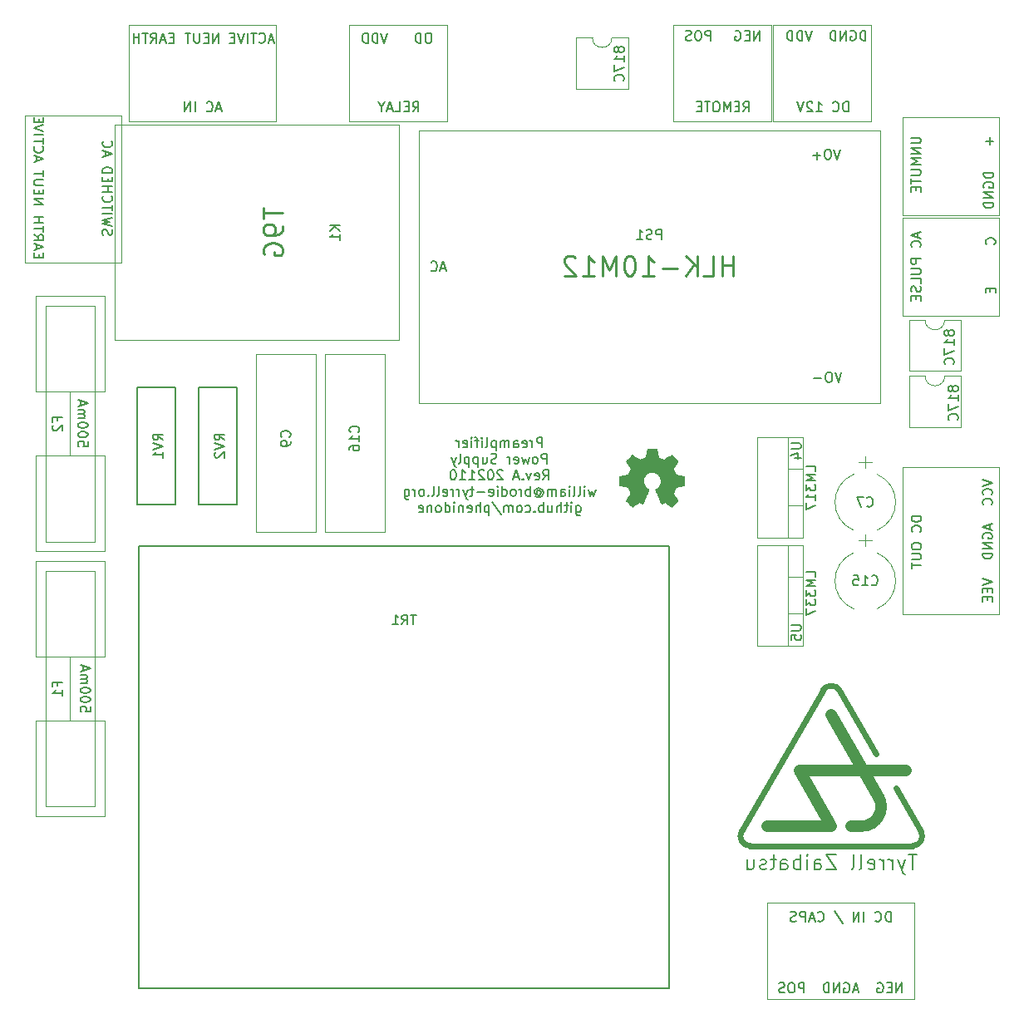
<source format=gbo>
G04 #@! TF.GenerationSoftware,KiCad,Pcbnew,5.1.5+dfsg1-2build2*
G04 #@! TF.CreationDate,2021-10-27T23:18:45+10:30*
G04 #@! TF.ProjectId,xover-psu,786f7665-722d-4707-9375-2e6b69636164,rev?*
G04 #@! TF.SameCoordinates,Original*
G04 #@! TF.FileFunction,Legend,Bot*
G04 #@! TF.FilePolarity,Positive*
%FSLAX46Y46*%
G04 Gerber Fmt 4.6, Leading zero omitted, Abs format (unit mm)*
G04 Created by KiCad (PCBNEW 5.1.5+dfsg1-2build2) date 2021-10-27 23:18:45*
%MOMM*%
%LPD*%
G04 APERTURE LIST*
%ADD10C,0.120000*%
%ADD11C,0.150000*%
%ADD12C,0.010000*%
%ADD13C,1.200000*%
%ADD14C,0.600000*%
%ADD15C,0.100000*%
%ADD16C,0.200000*%
%ADD17C,0.250000*%
G04 APERTURE END LIST*
D10*
X124600000Y-85400000D02*
X124600000Y-70400000D01*
X114800000Y-85400000D02*
X124600000Y-85400000D01*
X114800000Y-70400000D02*
X114800000Y-85400000D01*
X124600000Y-70400000D02*
X114800000Y-70400000D01*
X101000000Y-124600000D02*
X101000000Y-114800000D01*
X116000000Y-124600000D02*
X101000000Y-124600000D01*
X116000000Y-114800000D02*
X116000000Y-124600000D01*
X101000000Y-114800000D02*
X116000000Y-114800000D01*
X35200000Y-49600000D02*
X35200000Y-34600000D01*
X25400000Y-49600000D02*
X35200000Y-49600000D01*
X25400000Y-34600000D02*
X25400000Y-49600000D01*
X35200000Y-34600000D02*
X25400000Y-34600000D01*
X36000000Y-35200000D02*
X51000000Y-35200000D01*
X36000000Y-25400000D02*
X36000000Y-35200000D01*
X51000000Y-25400000D02*
X36000000Y-25400000D01*
X51000000Y-35200000D02*
X51000000Y-25400000D01*
X58400000Y-35200000D02*
X68400000Y-35200000D01*
X58400000Y-25400000D02*
X58400000Y-35200000D01*
X68400000Y-25400000D02*
X58400000Y-25400000D01*
X68400000Y-35200000D02*
X68400000Y-25400000D01*
X91400000Y-35200000D02*
X101400000Y-35200000D01*
X91400000Y-25400000D02*
X91400000Y-35200000D01*
X101400000Y-25400000D02*
X91400000Y-25400000D01*
X101400000Y-35200000D02*
X101400000Y-25400000D01*
X101600000Y-35200000D02*
X111600000Y-35200000D01*
X101600000Y-25400000D02*
X101600000Y-35200000D01*
X111600000Y-25400000D02*
X101600000Y-25400000D01*
X111600000Y-35200000D02*
X111600000Y-25400000D01*
X114800000Y-34800000D02*
X114800000Y-44800000D01*
X124600000Y-34800000D02*
X114800000Y-34800000D01*
X124600000Y-44800000D02*
X124600000Y-34800000D01*
X114800000Y-44800000D02*
X124600000Y-44800000D01*
X124600000Y-45000000D02*
X114800000Y-45000000D01*
X124600000Y-55000000D02*
X124600000Y-45000000D01*
X114800000Y-55000000D02*
X124600000Y-55000000D01*
X114800000Y-45000000D02*
X114800000Y-55000000D01*
D11*
X124157142Y-47709523D02*
X124204761Y-47661904D01*
X124252380Y-47519047D01*
X124252380Y-47423809D01*
X124204761Y-47280952D01*
X124109523Y-47185714D01*
X124014285Y-47138095D01*
X123823809Y-47090476D01*
X123680952Y-47090476D01*
X123490476Y-47138095D01*
X123395238Y-47185714D01*
X123300000Y-47280952D01*
X123252380Y-47423809D01*
X123252380Y-47519047D01*
X123300000Y-47661904D01*
X123347619Y-47709523D01*
X123728571Y-52185714D02*
X123728571Y-52519047D01*
X124252380Y-52661904D02*
X124252380Y-52185714D01*
X123252380Y-52185714D01*
X123252380Y-52661904D01*
X116366666Y-46523809D02*
X116366666Y-47000000D01*
X116652380Y-46428571D02*
X115652380Y-46761904D01*
X116652380Y-47095238D01*
X116557142Y-48000000D02*
X116604761Y-47952380D01*
X116652380Y-47809523D01*
X116652380Y-47714285D01*
X116604761Y-47571428D01*
X116509523Y-47476190D01*
X116414285Y-47428571D01*
X116223809Y-47380952D01*
X116080952Y-47380952D01*
X115890476Y-47428571D01*
X115795238Y-47476190D01*
X115700000Y-47571428D01*
X115652380Y-47714285D01*
X115652380Y-47809523D01*
X115700000Y-47952380D01*
X115747619Y-48000000D01*
X116652380Y-49190476D02*
X115652380Y-49190476D01*
X115652380Y-49571428D01*
X115700000Y-49666666D01*
X115747619Y-49714285D01*
X115842857Y-49761904D01*
X115985714Y-49761904D01*
X116080952Y-49714285D01*
X116128571Y-49666666D01*
X116176190Y-49571428D01*
X116176190Y-49190476D01*
X115652380Y-50190476D02*
X116461904Y-50190476D01*
X116557142Y-50238095D01*
X116604761Y-50285714D01*
X116652380Y-50380952D01*
X116652380Y-50571428D01*
X116604761Y-50666666D01*
X116557142Y-50714285D01*
X116461904Y-50761904D01*
X115652380Y-50761904D01*
X116652380Y-51714285D02*
X116652380Y-51238095D01*
X115652380Y-51238095D01*
X116604761Y-52000000D02*
X116652380Y-52142857D01*
X116652380Y-52380952D01*
X116604761Y-52476190D01*
X116557142Y-52523809D01*
X116461904Y-52571428D01*
X116366666Y-52571428D01*
X116271428Y-52523809D01*
X116223809Y-52476190D01*
X116176190Y-52380952D01*
X116128571Y-52190476D01*
X116080952Y-52095238D01*
X116033333Y-52047619D01*
X115938095Y-52000000D01*
X115842857Y-52000000D01*
X115747619Y-52047619D01*
X115700000Y-52095238D01*
X115652380Y-52190476D01*
X115652380Y-52428571D01*
X115700000Y-52571428D01*
X116128571Y-53000000D02*
X116128571Y-53333333D01*
X116652380Y-53476190D02*
X116652380Y-53000000D01*
X115652380Y-53000000D01*
X115652380Y-53476190D01*
X124052380Y-40414285D02*
X123052380Y-40414285D01*
X123052380Y-40652380D01*
X123100000Y-40795238D01*
X123195238Y-40890476D01*
X123290476Y-40938095D01*
X123480952Y-40985714D01*
X123623809Y-40985714D01*
X123814285Y-40938095D01*
X123909523Y-40890476D01*
X124004761Y-40795238D01*
X124052380Y-40652380D01*
X124052380Y-40414285D01*
X123100000Y-41938095D02*
X123052380Y-41842857D01*
X123052380Y-41700000D01*
X123100000Y-41557142D01*
X123195238Y-41461904D01*
X123290476Y-41414285D01*
X123480952Y-41366666D01*
X123623809Y-41366666D01*
X123814285Y-41414285D01*
X123909523Y-41461904D01*
X124004761Y-41557142D01*
X124052380Y-41700000D01*
X124052380Y-41795238D01*
X124004761Y-41938095D01*
X123957142Y-41985714D01*
X123623809Y-41985714D01*
X123623809Y-41795238D01*
X124052380Y-42414285D02*
X123052380Y-42414285D01*
X124052380Y-42985714D01*
X123052380Y-42985714D01*
X124052380Y-43461904D02*
X123052380Y-43461904D01*
X123052380Y-43700000D01*
X123100000Y-43842857D01*
X123195238Y-43938095D01*
X123290476Y-43985714D01*
X123480952Y-44033333D01*
X123623809Y-44033333D01*
X123814285Y-43985714D01*
X123909523Y-43938095D01*
X124004761Y-43842857D01*
X124052380Y-43700000D01*
X124052380Y-43461904D01*
X123671428Y-36819047D02*
X123671428Y-37580952D01*
X124052380Y-37200000D02*
X123290476Y-37200000D01*
X115652380Y-36861904D02*
X116461904Y-36861904D01*
X116557142Y-36909523D01*
X116604761Y-36957142D01*
X116652380Y-37052380D01*
X116652380Y-37242857D01*
X116604761Y-37338095D01*
X116557142Y-37385714D01*
X116461904Y-37433333D01*
X115652380Y-37433333D01*
X116652380Y-37909523D02*
X115652380Y-37909523D01*
X116652380Y-38480952D01*
X115652380Y-38480952D01*
X116652380Y-38957142D02*
X115652380Y-38957142D01*
X116366666Y-39290476D01*
X115652380Y-39623809D01*
X116652380Y-39623809D01*
X115652380Y-40100000D02*
X116461904Y-40100000D01*
X116557142Y-40147619D01*
X116604761Y-40195238D01*
X116652380Y-40290476D01*
X116652380Y-40480952D01*
X116604761Y-40576190D01*
X116557142Y-40623809D01*
X116461904Y-40671428D01*
X115652380Y-40671428D01*
X115652380Y-41004761D02*
X115652380Y-41576190D01*
X116652380Y-41290476D02*
X115652380Y-41290476D01*
X116128571Y-41909523D02*
X116128571Y-42242857D01*
X116652380Y-42385714D02*
X116652380Y-41909523D01*
X115652380Y-41909523D01*
X115652380Y-42385714D01*
X119876952Y-62314380D02*
X119829333Y-62219142D01*
X119781714Y-62171523D01*
X119686476Y-62123904D01*
X119638857Y-62123904D01*
X119543619Y-62171523D01*
X119496000Y-62219142D01*
X119448380Y-62314380D01*
X119448380Y-62504857D01*
X119496000Y-62600095D01*
X119543619Y-62647714D01*
X119638857Y-62695333D01*
X119686476Y-62695333D01*
X119781714Y-62647714D01*
X119829333Y-62600095D01*
X119876952Y-62504857D01*
X119876952Y-62314380D01*
X119924571Y-62219142D01*
X119972190Y-62171523D01*
X120067428Y-62123904D01*
X120257904Y-62123904D01*
X120353142Y-62171523D01*
X120400761Y-62219142D01*
X120448380Y-62314380D01*
X120448380Y-62504857D01*
X120400761Y-62600095D01*
X120353142Y-62647714D01*
X120257904Y-62695333D01*
X120067428Y-62695333D01*
X119972190Y-62647714D01*
X119924571Y-62600095D01*
X119876952Y-62504857D01*
X120448380Y-63647714D02*
X120448380Y-63076285D01*
X120448380Y-63362000D02*
X119448380Y-63362000D01*
X119591238Y-63266761D01*
X119686476Y-63171523D01*
X119734095Y-63076285D01*
X119448380Y-63981047D02*
X119448380Y-64647714D01*
X120448380Y-64219142D01*
X120353142Y-65600095D02*
X120400761Y-65552476D01*
X120448380Y-65409619D01*
X120448380Y-65314380D01*
X120400761Y-65171523D01*
X120305523Y-65076285D01*
X120210285Y-65028666D01*
X120019809Y-64981047D01*
X119876952Y-64981047D01*
X119686476Y-65028666D01*
X119591238Y-65076285D01*
X119496000Y-65171523D01*
X119448380Y-65314380D01*
X119448380Y-65409619D01*
X119496000Y-65552476D01*
X119543619Y-65600095D01*
X78083333Y-68402380D02*
X78083333Y-67402380D01*
X77702380Y-67402380D01*
X77607142Y-67450000D01*
X77559523Y-67497619D01*
X77511904Y-67592857D01*
X77511904Y-67735714D01*
X77559523Y-67830952D01*
X77607142Y-67878571D01*
X77702380Y-67926190D01*
X78083333Y-67926190D01*
X77083333Y-68402380D02*
X77083333Y-67735714D01*
X77083333Y-67926190D02*
X77035714Y-67830952D01*
X76988095Y-67783333D01*
X76892857Y-67735714D01*
X76797619Y-67735714D01*
X76083333Y-68354761D02*
X76178571Y-68402380D01*
X76369047Y-68402380D01*
X76464285Y-68354761D01*
X76511904Y-68259523D01*
X76511904Y-67878571D01*
X76464285Y-67783333D01*
X76369047Y-67735714D01*
X76178571Y-67735714D01*
X76083333Y-67783333D01*
X76035714Y-67878571D01*
X76035714Y-67973809D01*
X76511904Y-68069047D01*
X75178571Y-68402380D02*
X75178571Y-67878571D01*
X75226190Y-67783333D01*
X75321428Y-67735714D01*
X75511904Y-67735714D01*
X75607142Y-67783333D01*
X75178571Y-68354761D02*
X75273809Y-68402380D01*
X75511904Y-68402380D01*
X75607142Y-68354761D01*
X75654761Y-68259523D01*
X75654761Y-68164285D01*
X75607142Y-68069047D01*
X75511904Y-68021428D01*
X75273809Y-68021428D01*
X75178571Y-67973809D01*
X74702380Y-68402380D02*
X74702380Y-67735714D01*
X74702380Y-67830952D02*
X74654761Y-67783333D01*
X74559523Y-67735714D01*
X74416666Y-67735714D01*
X74321428Y-67783333D01*
X74273809Y-67878571D01*
X74273809Y-68402380D01*
X74273809Y-67878571D02*
X74226190Y-67783333D01*
X74130952Y-67735714D01*
X73988095Y-67735714D01*
X73892857Y-67783333D01*
X73845238Y-67878571D01*
X73845238Y-68402380D01*
X73369047Y-67735714D02*
X73369047Y-68735714D01*
X73369047Y-67783333D02*
X73273809Y-67735714D01*
X73083333Y-67735714D01*
X72988095Y-67783333D01*
X72940476Y-67830952D01*
X72892857Y-67926190D01*
X72892857Y-68211904D01*
X72940476Y-68307142D01*
X72988095Y-68354761D01*
X73083333Y-68402380D01*
X73273809Y-68402380D01*
X73369047Y-68354761D01*
X72321428Y-68402380D02*
X72416666Y-68354761D01*
X72464285Y-68259523D01*
X72464285Y-67402380D01*
X71940476Y-68402380D02*
X71940476Y-67735714D01*
X71940476Y-67402380D02*
X71988095Y-67450000D01*
X71940476Y-67497619D01*
X71892857Y-67450000D01*
X71940476Y-67402380D01*
X71940476Y-67497619D01*
X71607142Y-67735714D02*
X71226190Y-67735714D01*
X71464285Y-68402380D02*
X71464285Y-67545238D01*
X71416666Y-67450000D01*
X71321428Y-67402380D01*
X71226190Y-67402380D01*
X70892857Y-68402380D02*
X70892857Y-67735714D01*
X70892857Y-67402380D02*
X70940476Y-67450000D01*
X70892857Y-67497619D01*
X70845238Y-67450000D01*
X70892857Y-67402380D01*
X70892857Y-67497619D01*
X70035714Y-68354761D02*
X70130952Y-68402380D01*
X70321428Y-68402380D01*
X70416666Y-68354761D01*
X70464285Y-68259523D01*
X70464285Y-67878571D01*
X70416666Y-67783333D01*
X70321428Y-67735714D01*
X70130952Y-67735714D01*
X70035714Y-67783333D01*
X69988095Y-67878571D01*
X69988095Y-67973809D01*
X70464285Y-68069047D01*
X69559523Y-68402380D02*
X69559523Y-67735714D01*
X69559523Y-67926190D02*
X69511904Y-67830952D01*
X69464285Y-67783333D01*
X69369047Y-67735714D01*
X69273809Y-67735714D01*
X78583333Y-70052380D02*
X78583333Y-69052380D01*
X78202380Y-69052380D01*
X78107142Y-69100000D01*
X78059523Y-69147619D01*
X78011904Y-69242857D01*
X78011904Y-69385714D01*
X78059523Y-69480952D01*
X78107142Y-69528571D01*
X78202380Y-69576190D01*
X78583333Y-69576190D01*
X77440476Y-70052380D02*
X77535714Y-70004761D01*
X77583333Y-69957142D01*
X77630952Y-69861904D01*
X77630952Y-69576190D01*
X77583333Y-69480952D01*
X77535714Y-69433333D01*
X77440476Y-69385714D01*
X77297619Y-69385714D01*
X77202380Y-69433333D01*
X77154761Y-69480952D01*
X77107142Y-69576190D01*
X77107142Y-69861904D01*
X77154761Y-69957142D01*
X77202380Y-70004761D01*
X77297619Y-70052380D01*
X77440476Y-70052380D01*
X76773809Y-69385714D02*
X76583333Y-70052380D01*
X76392857Y-69576190D01*
X76202380Y-70052380D01*
X76011904Y-69385714D01*
X75250000Y-70004761D02*
X75345238Y-70052380D01*
X75535714Y-70052380D01*
X75630952Y-70004761D01*
X75678571Y-69909523D01*
X75678571Y-69528571D01*
X75630952Y-69433333D01*
X75535714Y-69385714D01*
X75345238Y-69385714D01*
X75250000Y-69433333D01*
X75202380Y-69528571D01*
X75202380Y-69623809D01*
X75678571Y-69719047D01*
X74773809Y-70052380D02*
X74773809Y-69385714D01*
X74773809Y-69576190D02*
X74726190Y-69480952D01*
X74678571Y-69433333D01*
X74583333Y-69385714D01*
X74488095Y-69385714D01*
X73440476Y-70004761D02*
X73297619Y-70052380D01*
X73059523Y-70052380D01*
X72964285Y-70004761D01*
X72916666Y-69957142D01*
X72869047Y-69861904D01*
X72869047Y-69766666D01*
X72916666Y-69671428D01*
X72964285Y-69623809D01*
X73059523Y-69576190D01*
X73250000Y-69528571D01*
X73345238Y-69480952D01*
X73392857Y-69433333D01*
X73440476Y-69338095D01*
X73440476Y-69242857D01*
X73392857Y-69147619D01*
X73345238Y-69100000D01*
X73250000Y-69052380D01*
X73011904Y-69052380D01*
X72869047Y-69100000D01*
X72011904Y-69385714D02*
X72011904Y-70052380D01*
X72440476Y-69385714D02*
X72440476Y-69909523D01*
X72392857Y-70004761D01*
X72297619Y-70052380D01*
X72154761Y-70052380D01*
X72059523Y-70004761D01*
X72011904Y-69957142D01*
X71535714Y-69385714D02*
X71535714Y-70385714D01*
X71535714Y-69433333D02*
X71440476Y-69385714D01*
X71250000Y-69385714D01*
X71154761Y-69433333D01*
X71107142Y-69480952D01*
X71059523Y-69576190D01*
X71059523Y-69861904D01*
X71107142Y-69957142D01*
X71154761Y-70004761D01*
X71250000Y-70052380D01*
X71440476Y-70052380D01*
X71535714Y-70004761D01*
X70630952Y-69385714D02*
X70630952Y-70385714D01*
X70630952Y-69433333D02*
X70535714Y-69385714D01*
X70345238Y-69385714D01*
X70250000Y-69433333D01*
X70202380Y-69480952D01*
X70154761Y-69576190D01*
X70154761Y-69861904D01*
X70202380Y-69957142D01*
X70250000Y-70004761D01*
X70345238Y-70052380D01*
X70535714Y-70052380D01*
X70630952Y-70004761D01*
X69583333Y-70052380D02*
X69678571Y-70004761D01*
X69726190Y-69909523D01*
X69726190Y-69052380D01*
X69297619Y-69385714D02*
X69059523Y-70052380D01*
X68821428Y-69385714D02*
X69059523Y-70052380D01*
X69154761Y-70290476D01*
X69202380Y-70338095D01*
X69297619Y-70385714D01*
X78154761Y-71702380D02*
X78488095Y-71226190D01*
X78726190Y-71702380D02*
X78726190Y-70702380D01*
X78345238Y-70702380D01*
X78250000Y-70750000D01*
X78202380Y-70797619D01*
X78154761Y-70892857D01*
X78154761Y-71035714D01*
X78202380Y-71130952D01*
X78250000Y-71178571D01*
X78345238Y-71226190D01*
X78726190Y-71226190D01*
X77345238Y-71654761D02*
X77440476Y-71702380D01*
X77630952Y-71702380D01*
X77726190Y-71654761D01*
X77773809Y-71559523D01*
X77773809Y-71178571D01*
X77726190Y-71083333D01*
X77630952Y-71035714D01*
X77440476Y-71035714D01*
X77345238Y-71083333D01*
X77297619Y-71178571D01*
X77297619Y-71273809D01*
X77773809Y-71369047D01*
X76964285Y-71035714D02*
X76726190Y-71702380D01*
X76488095Y-71035714D01*
X76107142Y-71607142D02*
X76059523Y-71654761D01*
X76107142Y-71702380D01*
X76154761Y-71654761D01*
X76107142Y-71607142D01*
X76107142Y-71702380D01*
X75678571Y-71416666D02*
X75202380Y-71416666D01*
X75773809Y-71702380D02*
X75440476Y-70702380D01*
X75107142Y-71702380D01*
X74059523Y-70797619D02*
X74011904Y-70750000D01*
X73916666Y-70702380D01*
X73678571Y-70702380D01*
X73583333Y-70750000D01*
X73535714Y-70797619D01*
X73488095Y-70892857D01*
X73488095Y-70988095D01*
X73535714Y-71130952D01*
X74107142Y-71702380D01*
X73488095Y-71702380D01*
X72869047Y-70702380D02*
X72773809Y-70702380D01*
X72678571Y-70750000D01*
X72630952Y-70797619D01*
X72583333Y-70892857D01*
X72535714Y-71083333D01*
X72535714Y-71321428D01*
X72583333Y-71511904D01*
X72630952Y-71607142D01*
X72678571Y-71654761D01*
X72773809Y-71702380D01*
X72869047Y-71702380D01*
X72964285Y-71654761D01*
X73011904Y-71607142D01*
X73059523Y-71511904D01*
X73107142Y-71321428D01*
X73107142Y-71083333D01*
X73059523Y-70892857D01*
X73011904Y-70797619D01*
X72964285Y-70750000D01*
X72869047Y-70702380D01*
X72154761Y-70797619D02*
X72107142Y-70750000D01*
X72011904Y-70702380D01*
X71773809Y-70702380D01*
X71678571Y-70750000D01*
X71630952Y-70797619D01*
X71583333Y-70892857D01*
X71583333Y-70988095D01*
X71630952Y-71130952D01*
X72202380Y-71702380D01*
X71583333Y-71702380D01*
X70630952Y-71702380D02*
X71202380Y-71702380D01*
X70916666Y-71702380D02*
X70916666Y-70702380D01*
X71011904Y-70845238D01*
X71107142Y-70940476D01*
X71202380Y-70988095D01*
X69678571Y-71702380D02*
X70250000Y-71702380D01*
X69964285Y-71702380D02*
X69964285Y-70702380D01*
X70059523Y-70845238D01*
X70154761Y-70940476D01*
X70250000Y-70988095D01*
X69059523Y-70702380D02*
X68964285Y-70702380D01*
X68869047Y-70750000D01*
X68821428Y-70797619D01*
X68773809Y-70892857D01*
X68726190Y-71083333D01*
X68726190Y-71321428D01*
X68773809Y-71511904D01*
X68821428Y-71607142D01*
X68869047Y-71654761D01*
X68964285Y-71702380D01*
X69059523Y-71702380D01*
X69154761Y-71654761D01*
X69202380Y-71607142D01*
X69250000Y-71511904D01*
X69297619Y-71321428D01*
X69297619Y-71083333D01*
X69250000Y-70892857D01*
X69202380Y-70797619D01*
X69154761Y-70750000D01*
X69059523Y-70702380D01*
X83535714Y-72685714D02*
X83345238Y-73352380D01*
X83154761Y-72876190D01*
X82964285Y-73352380D01*
X82773809Y-72685714D01*
X82392857Y-73352380D02*
X82392857Y-72685714D01*
X82392857Y-72352380D02*
X82440476Y-72400000D01*
X82392857Y-72447619D01*
X82345238Y-72400000D01*
X82392857Y-72352380D01*
X82392857Y-72447619D01*
X81773809Y-73352380D02*
X81869047Y-73304761D01*
X81916666Y-73209523D01*
X81916666Y-72352380D01*
X81250000Y-73352380D02*
X81345238Y-73304761D01*
X81392857Y-73209523D01*
X81392857Y-72352380D01*
X80869047Y-73352380D02*
X80869047Y-72685714D01*
X80869047Y-72352380D02*
X80916666Y-72400000D01*
X80869047Y-72447619D01*
X80821428Y-72400000D01*
X80869047Y-72352380D01*
X80869047Y-72447619D01*
X79964285Y-73352380D02*
X79964285Y-72828571D01*
X80011904Y-72733333D01*
X80107142Y-72685714D01*
X80297619Y-72685714D01*
X80392857Y-72733333D01*
X79964285Y-73304761D02*
X80059523Y-73352380D01*
X80297619Y-73352380D01*
X80392857Y-73304761D01*
X80440476Y-73209523D01*
X80440476Y-73114285D01*
X80392857Y-73019047D01*
X80297619Y-72971428D01*
X80059523Y-72971428D01*
X79964285Y-72923809D01*
X79488095Y-73352380D02*
X79488095Y-72685714D01*
X79488095Y-72780952D02*
X79440476Y-72733333D01*
X79345238Y-72685714D01*
X79202380Y-72685714D01*
X79107142Y-72733333D01*
X79059523Y-72828571D01*
X79059523Y-73352380D01*
X79059523Y-72828571D02*
X79011904Y-72733333D01*
X78916666Y-72685714D01*
X78773809Y-72685714D01*
X78678571Y-72733333D01*
X78630952Y-72828571D01*
X78630952Y-73352380D01*
X77535714Y-72876190D02*
X77583333Y-72828571D01*
X77678571Y-72780952D01*
X77773809Y-72780952D01*
X77869047Y-72828571D01*
X77916666Y-72876190D01*
X77964285Y-72971428D01*
X77964285Y-73066666D01*
X77916666Y-73161904D01*
X77869047Y-73209523D01*
X77773809Y-73257142D01*
X77678571Y-73257142D01*
X77583333Y-73209523D01*
X77535714Y-73161904D01*
X77535714Y-72780952D02*
X77535714Y-73161904D01*
X77488095Y-73209523D01*
X77440476Y-73209523D01*
X77345238Y-73161904D01*
X77297619Y-73066666D01*
X77297619Y-72828571D01*
X77392857Y-72685714D01*
X77535714Y-72590476D01*
X77726190Y-72542857D01*
X77916666Y-72590476D01*
X78059523Y-72685714D01*
X78154761Y-72828571D01*
X78202380Y-73019047D01*
X78154761Y-73209523D01*
X78059523Y-73352380D01*
X77916666Y-73447619D01*
X77726190Y-73495238D01*
X77535714Y-73447619D01*
X77392857Y-73352380D01*
X76869047Y-73352380D02*
X76869047Y-72352380D01*
X76869047Y-72733333D02*
X76773809Y-72685714D01*
X76583333Y-72685714D01*
X76488095Y-72733333D01*
X76440476Y-72780952D01*
X76392857Y-72876190D01*
X76392857Y-73161904D01*
X76440476Y-73257142D01*
X76488095Y-73304761D01*
X76583333Y-73352380D01*
X76773809Y-73352380D01*
X76869047Y-73304761D01*
X75964285Y-73352380D02*
X75964285Y-72685714D01*
X75964285Y-72876190D02*
X75916666Y-72780952D01*
X75869047Y-72733333D01*
X75773809Y-72685714D01*
X75678571Y-72685714D01*
X75202380Y-73352380D02*
X75297619Y-73304761D01*
X75345238Y-73257142D01*
X75392857Y-73161904D01*
X75392857Y-72876190D01*
X75345238Y-72780952D01*
X75297619Y-72733333D01*
X75202380Y-72685714D01*
X75059523Y-72685714D01*
X74964285Y-72733333D01*
X74916666Y-72780952D01*
X74869047Y-72876190D01*
X74869047Y-73161904D01*
X74916666Y-73257142D01*
X74964285Y-73304761D01*
X75059523Y-73352380D01*
X75202380Y-73352380D01*
X74011904Y-73352380D02*
X74011904Y-72352380D01*
X74011904Y-73304761D02*
X74107142Y-73352380D01*
X74297619Y-73352380D01*
X74392857Y-73304761D01*
X74440476Y-73257142D01*
X74488095Y-73161904D01*
X74488095Y-72876190D01*
X74440476Y-72780952D01*
X74392857Y-72733333D01*
X74297619Y-72685714D01*
X74107142Y-72685714D01*
X74011904Y-72733333D01*
X73535714Y-73352380D02*
X73535714Y-72685714D01*
X73535714Y-72352380D02*
X73583333Y-72400000D01*
X73535714Y-72447619D01*
X73488095Y-72400000D01*
X73535714Y-72352380D01*
X73535714Y-72447619D01*
X72678571Y-73304761D02*
X72773809Y-73352380D01*
X72964285Y-73352380D01*
X73059523Y-73304761D01*
X73107142Y-73209523D01*
X73107142Y-72828571D01*
X73059523Y-72733333D01*
X72964285Y-72685714D01*
X72773809Y-72685714D01*
X72678571Y-72733333D01*
X72630952Y-72828571D01*
X72630952Y-72923809D01*
X73107142Y-73019047D01*
X72202380Y-72971428D02*
X71440476Y-72971428D01*
X71107142Y-72685714D02*
X70726190Y-72685714D01*
X70964285Y-72352380D02*
X70964285Y-73209523D01*
X70916666Y-73304761D01*
X70821428Y-73352380D01*
X70726190Y-73352380D01*
X70488095Y-72685714D02*
X70250000Y-73352380D01*
X70011904Y-72685714D02*
X70250000Y-73352380D01*
X70345238Y-73590476D01*
X70392857Y-73638095D01*
X70488095Y-73685714D01*
X69630952Y-73352380D02*
X69630952Y-72685714D01*
X69630952Y-72876190D02*
X69583333Y-72780952D01*
X69535714Y-72733333D01*
X69440476Y-72685714D01*
X69345238Y-72685714D01*
X69011904Y-73352380D02*
X69011904Y-72685714D01*
X69011904Y-72876190D02*
X68964285Y-72780952D01*
X68916666Y-72733333D01*
X68821428Y-72685714D01*
X68726190Y-72685714D01*
X68011904Y-73304761D02*
X68107142Y-73352380D01*
X68297619Y-73352380D01*
X68392857Y-73304761D01*
X68440476Y-73209523D01*
X68440476Y-72828571D01*
X68392857Y-72733333D01*
X68297619Y-72685714D01*
X68107142Y-72685714D01*
X68011904Y-72733333D01*
X67964285Y-72828571D01*
X67964285Y-72923809D01*
X68440476Y-73019047D01*
X67392857Y-73352380D02*
X67488095Y-73304761D01*
X67535714Y-73209523D01*
X67535714Y-72352380D01*
X66869047Y-73352380D02*
X66964285Y-73304761D01*
X67011904Y-73209523D01*
X67011904Y-72352380D01*
X66488095Y-73257142D02*
X66440476Y-73304761D01*
X66488095Y-73352380D01*
X66535714Y-73304761D01*
X66488095Y-73257142D01*
X66488095Y-73352380D01*
X65869047Y-73352380D02*
X65964285Y-73304761D01*
X66011904Y-73257142D01*
X66059523Y-73161904D01*
X66059523Y-72876190D01*
X66011904Y-72780952D01*
X65964285Y-72733333D01*
X65869047Y-72685714D01*
X65726190Y-72685714D01*
X65630952Y-72733333D01*
X65583333Y-72780952D01*
X65535714Y-72876190D01*
X65535714Y-73161904D01*
X65583333Y-73257142D01*
X65630952Y-73304761D01*
X65726190Y-73352380D01*
X65869047Y-73352380D01*
X65107142Y-73352380D02*
X65107142Y-72685714D01*
X65107142Y-72876190D02*
X65059523Y-72780952D01*
X65011904Y-72733333D01*
X64916666Y-72685714D01*
X64821428Y-72685714D01*
X64059523Y-72685714D02*
X64059523Y-73495238D01*
X64107142Y-73590476D01*
X64154761Y-73638095D01*
X64250000Y-73685714D01*
X64392857Y-73685714D01*
X64488095Y-73638095D01*
X64059523Y-73304761D02*
X64154761Y-73352380D01*
X64345238Y-73352380D01*
X64440476Y-73304761D01*
X64488095Y-73257142D01*
X64535714Y-73161904D01*
X64535714Y-72876190D01*
X64488095Y-72780952D01*
X64440476Y-72733333D01*
X64345238Y-72685714D01*
X64154761Y-72685714D01*
X64059523Y-72733333D01*
X81535714Y-74335714D02*
X81535714Y-75145238D01*
X81583333Y-75240476D01*
X81630952Y-75288095D01*
X81726190Y-75335714D01*
X81869047Y-75335714D01*
X81964285Y-75288095D01*
X81535714Y-74954761D02*
X81630952Y-75002380D01*
X81821428Y-75002380D01*
X81916666Y-74954761D01*
X81964285Y-74907142D01*
X82011904Y-74811904D01*
X82011904Y-74526190D01*
X81964285Y-74430952D01*
X81916666Y-74383333D01*
X81821428Y-74335714D01*
X81630952Y-74335714D01*
X81535714Y-74383333D01*
X81059523Y-75002380D02*
X81059523Y-74335714D01*
X81059523Y-74002380D02*
X81107142Y-74050000D01*
X81059523Y-74097619D01*
X81011904Y-74050000D01*
X81059523Y-74002380D01*
X81059523Y-74097619D01*
X80726190Y-74335714D02*
X80345238Y-74335714D01*
X80583333Y-74002380D02*
X80583333Y-74859523D01*
X80535714Y-74954761D01*
X80440476Y-75002380D01*
X80345238Y-75002380D01*
X80011904Y-75002380D02*
X80011904Y-74002380D01*
X79583333Y-75002380D02*
X79583333Y-74478571D01*
X79630952Y-74383333D01*
X79726190Y-74335714D01*
X79869047Y-74335714D01*
X79964285Y-74383333D01*
X80011904Y-74430952D01*
X78678571Y-74335714D02*
X78678571Y-75002380D01*
X79107142Y-74335714D02*
X79107142Y-74859523D01*
X79059523Y-74954761D01*
X78964285Y-75002380D01*
X78821428Y-75002380D01*
X78726190Y-74954761D01*
X78678571Y-74907142D01*
X78202380Y-75002380D02*
X78202380Y-74002380D01*
X78202380Y-74383333D02*
X78107142Y-74335714D01*
X77916666Y-74335714D01*
X77821428Y-74383333D01*
X77773809Y-74430952D01*
X77726190Y-74526190D01*
X77726190Y-74811904D01*
X77773809Y-74907142D01*
X77821428Y-74954761D01*
X77916666Y-75002380D01*
X78107142Y-75002380D01*
X78202380Y-74954761D01*
X77297619Y-74907142D02*
X77250000Y-74954761D01*
X77297619Y-75002380D01*
X77345238Y-74954761D01*
X77297619Y-74907142D01*
X77297619Y-75002380D01*
X76392857Y-74954761D02*
X76488095Y-75002380D01*
X76678571Y-75002380D01*
X76773809Y-74954761D01*
X76821428Y-74907142D01*
X76869047Y-74811904D01*
X76869047Y-74526190D01*
X76821428Y-74430952D01*
X76773809Y-74383333D01*
X76678571Y-74335714D01*
X76488095Y-74335714D01*
X76392857Y-74383333D01*
X75821428Y-75002380D02*
X75916666Y-74954761D01*
X75964285Y-74907142D01*
X76011904Y-74811904D01*
X76011904Y-74526190D01*
X75964285Y-74430952D01*
X75916666Y-74383333D01*
X75821428Y-74335714D01*
X75678571Y-74335714D01*
X75583333Y-74383333D01*
X75535714Y-74430952D01*
X75488095Y-74526190D01*
X75488095Y-74811904D01*
X75535714Y-74907142D01*
X75583333Y-74954761D01*
X75678571Y-75002380D01*
X75821428Y-75002380D01*
X75059523Y-75002380D02*
X75059523Y-74335714D01*
X75059523Y-74430952D02*
X75011904Y-74383333D01*
X74916666Y-74335714D01*
X74773809Y-74335714D01*
X74678571Y-74383333D01*
X74630952Y-74478571D01*
X74630952Y-75002380D01*
X74630952Y-74478571D02*
X74583333Y-74383333D01*
X74488095Y-74335714D01*
X74345238Y-74335714D01*
X74250000Y-74383333D01*
X74202380Y-74478571D01*
X74202380Y-75002380D01*
X73011904Y-73954761D02*
X73869047Y-75240476D01*
X72678571Y-74335714D02*
X72678571Y-75335714D01*
X72678571Y-74383333D02*
X72583333Y-74335714D01*
X72392857Y-74335714D01*
X72297619Y-74383333D01*
X72250000Y-74430952D01*
X72202380Y-74526190D01*
X72202380Y-74811904D01*
X72250000Y-74907142D01*
X72297619Y-74954761D01*
X72392857Y-75002380D01*
X72583333Y-75002380D01*
X72678571Y-74954761D01*
X71773809Y-75002380D02*
X71773809Y-74002380D01*
X71345238Y-75002380D02*
X71345238Y-74478571D01*
X71392857Y-74383333D01*
X71488095Y-74335714D01*
X71630952Y-74335714D01*
X71726190Y-74383333D01*
X71773809Y-74430952D01*
X70488095Y-74954761D02*
X70583333Y-75002380D01*
X70773809Y-75002380D01*
X70869047Y-74954761D01*
X70916666Y-74859523D01*
X70916666Y-74478571D01*
X70869047Y-74383333D01*
X70773809Y-74335714D01*
X70583333Y-74335714D01*
X70488095Y-74383333D01*
X70440476Y-74478571D01*
X70440476Y-74573809D01*
X70916666Y-74669047D01*
X70011904Y-74335714D02*
X70011904Y-75002380D01*
X70011904Y-74430952D02*
X69964285Y-74383333D01*
X69869047Y-74335714D01*
X69726190Y-74335714D01*
X69630952Y-74383333D01*
X69583333Y-74478571D01*
X69583333Y-75002380D01*
X69107142Y-75002380D02*
X69107142Y-74335714D01*
X69107142Y-74002380D02*
X69154761Y-74050000D01*
X69107142Y-74097619D01*
X69059523Y-74050000D01*
X69107142Y-74002380D01*
X69107142Y-74097619D01*
X68202380Y-75002380D02*
X68202380Y-74002380D01*
X68202380Y-74954761D02*
X68297619Y-75002380D01*
X68488095Y-75002380D01*
X68583333Y-74954761D01*
X68630952Y-74907142D01*
X68678571Y-74811904D01*
X68678571Y-74526190D01*
X68630952Y-74430952D01*
X68583333Y-74383333D01*
X68488095Y-74335714D01*
X68297619Y-74335714D01*
X68202380Y-74383333D01*
X67583333Y-75002380D02*
X67678571Y-74954761D01*
X67726190Y-74907142D01*
X67773809Y-74811904D01*
X67773809Y-74526190D01*
X67726190Y-74430952D01*
X67678571Y-74383333D01*
X67583333Y-74335714D01*
X67440476Y-74335714D01*
X67345238Y-74383333D01*
X67297619Y-74430952D01*
X67250000Y-74526190D01*
X67250000Y-74811904D01*
X67297619Y-74907142D01*
X67345238Y-74954761D01*
X67440476Y-75002380D01*
X67583333Y-75002380D01*
X66821428Y-74335714D02*
X66821428Y-75002380D01*
X66821428Y-74430952D02*
X66773809Y-74383333D01*
X66678571Y-74335714D01*
X66535714Y-74335714D01*
X66440476Y-74383333D01*
X66392857Y-74478571D01*
X66392857Y-75002380D01*
X65535714Y-74954761D02*
X65630952Y-75002380D01*
X65821428Y-75002380D01*
X65916666Y-74954761D01*
X65964285Y-74859523D01*
X65964285Y-74478571D01*
X65916666Y-74383333D01*
X65821428Y-74335714D01*
X65630952Y-74335714D01*
X65535714Y-74383333D01*
X65488095Y-74478571D01*
X65488095Y-74573809D01*
X65964285Y-74669047D01*
X26821428Y-49047619D02*
X26821428Y-48714285D01*
X26297619Y-48571428D02*
X26297619Y-49047619D01*
X27297619Y-49047619D01*
X27297619Y-48571428D01*
X26583333Y-48190476D02*
X26583333Y-47714285D01*
X26297619Y-48285714D02*
X27297619Y-47952380D01*
X26297619Y-47619047D01*
X26297619Y-46714285D02*
X26773809Y-47047619D01*
X26297619Y-47285714D02*
X27297619Y-47285714D01*
X27297619Y-46904761D01*
X27250000Y-46809523D01*
X27202380Y-46761904D01*
X27107142Y-46714285D01*
X26964285Y-46714285D01*
X26869047Y-46761904D01*
X26821428Y-46809523D01*
X26773809Y-46904761D01*
X26773809Y-47285714D01*
X27297619Y-46428571D02*
X27297619Y-45857142D01*
X26297619Y-46142857D02*
X27297619Y-46142857D01*
X26297619Y-45523809D02*
X27297619Y-45523809D01*
X26821428Y-45523809D02*
X26821428Y-44952380D01*
X26297619Y-44952380D02*
X27297619Y-44952380D01*
X26297619Y-43642857D02*
X27297619Y-43642857D01*
X26297619Y-43071428D01*
X27297619Y-43071428D01*
X26821428Y-42595238D02*
X26821428Y-42261904D01*
X26297619Y-42119047D02*
X26297619Y-42595238D01*
X27297619Y-42595238D01*
X27297619Y-42119047D01*
X27297619Y-41690476D02*
X26488095Y-41690476D01*
X26392857Y-41642857D01*
X26345238Y-41595238D01*
X26297619Y-41500000D01*
X26297619Y-41309523D01*
X26345238Y-41214285D01*
X26392857Y-41166666D01*
X26488095Y-41119047D01*
X27297619Y-41119047D01*
X27297619Y-40785714D02*
X27297619Y-40214285D01*
X26297619Y-40500000D02*
X27297619Y-40500000D01*
X26583333Y-39238095D02*
X26583333Y-38761904D01*
X26297619Y-39333333D02*
X27297619Y-39000000D01*
X26297619Y-38666666D01*
X26392857Y-37761904D02*
X26345238Y-37809523D01*
X26297619Y-37952380D01*
X26297619Y-38047619D01*
X26345238Y-38190476D01*
X26440476Y-38285714D01*
X26535714Y-38333333D01*
X26726190Y-38380952D01*
X26869047Y-38380952D01*
X27059523Y-38333333D01*
X27154761Y-38285714D01*
X27250000Y-38190476D01*
X27297619Y-38047619D01*
X27297619Y-37952380D01*
X27250000Y-37809523D01*
X27202380Y-37761904D01*
X27297619Y-37476190D02*
X27297619Y-36904761D01*
X26297619Y-37190476D02*
X27297619Y-37190476D01*
X26297619Y-36571428D02*
X27297619Y-36571428D01*
X27297619Y-36238095D02*
X26297619Y-35904761D01*
X27297619Y-35571428D01*
X26821428Y-35238095D02*
X26821428Y-34904761D01*
X26297619Y-34761904D02*
X26297619Y-35238095D01*
X27297619Y-35238095D01*
X27297619Y-34761904D01*
X40547619Y-26678571D02*
X40214285Y-26678571D01*
X40071428Y-27202380D02*
X40547619Y-27202380D01*
X40547619Y-26202380D01*
X40071428Y-26202380D01*
X39690476Y-26916666D02*
X39214285Y-26916666D01*
X39785714Y-27202380D02*
X39452380Y-26202380D01*
X39119047Y-27202380D01*
X38214285Y-27202380D02*
X38547619Y-26726190D01*
X38785714Y-27202380D02*
X38785714Y-26202380D01*
X38404761Y-26202380D01*
X38309523Y-26250000D01*
X38261904Y-26297619D01*
X38214285Y-26392857D01*
X38214285Y-26535714D01*
X38261904Y-26630952D01*
X38309523Y-26678571D01*
X38404761Y-26726190D01*
X38785714Y-26726190D01*
X37928571Y-26202380D02*
X37357142Y-26202380D01*
X37642857Y-27202380D02*
X37642857Y-26202380D01*
X37023809Y-27202380D02*
X37023809Y-26202380D01*
X37023809Y-26678571D02*
X36452380Y-26678571D01*
X36452380Y-27202380D02*
X36452380Y-26202380D01*
X45142857Y-27202380D02*
X45142857Y-26202380D01*
X44571428Y-27202380D01*
X44571428Y-26202380D01*
X44095238Y-26678571D02*
X43761904Y-26678571D01*
X43619047Y-27202380D02*
X44095238Y-27202380D01*
X44095238Y-26202380D01*
X43619047Y-26202380D01*
X43190476Y-26202380D02*
X43190476Y-27011904D01*
X43142857Y-27107142D01*
X43095238Y-27154761D01*
X43000000Y-27202380D01*
X42809523Y-27202380D01*
X42714285Y-27154761D01*
X42666666Y-27107142D01*
X42619047Y-27011904D01*
X42619047Y-26202380D01*
X42285714Y-26202380D02*
X41714285Y-26202380D01*
X42000000Y-27202380D02*
X42000000Y-26202380D01*
X50738095Y-26916666D02*
X50261904Y-26916666D01*
X50833333Y-27202380D02*
X50500000Y-26202380D01*
X50166666Y-27202380D01*
X49261904Y-27107142D02*
X49309523Y-27154761D01*
X49452380Y-27202380D01*
X49547619Y-27202380D01*
X49690476Y-27154761D01*
X49785714Y-27059523D01*
X49833333Y-26964285D01*
X49880952Y-26773809D01*
X49880952Y-26630952D01*
X49833333Y-26440476D01*
X49785714Y-26345238D01*
X49690476Y-26250000D01*
X49547619Y-26202380D01*
X49452380Y-26202380D01*
X49309523Y-26250000D01*
X49261904Y-26297619D01*
X48976190Y-26202380D02*
X48404761Y-26202380D01*
X48690476Y-27202380D02*
X48690476Y-26202380D01*
X48071428Y-27202380D02*
X48071428Y-26202380D01*
X47738095Y-26202380D02*
X47404761Y-27202380D01*
X47071428Y-26202380D01*
X46738095Y-26678571D02*
X46404761Y-26678571D01*
X46261904Y-27202380D02*
X46738095Y-27202380D01*
X46738095Y-26202380D01*
X46261904Y-26202380D01*
X66595238Y-26202380D02*
X66404761Y-26202380D01*
X66309523Y-26250000D01*
X66214285Y-26345238D01*
X66166666Y-26535714D01*
X66166666Y-26869047D01*
X66214285Y-27059523D01*
X66309523Y-27154761D01*
X66404761Y-27202380D01*
X66595238Y-27202380D01*
X66690476Y-27154761D01*
X66785714Y-27059523D01*
X66833333Y-26869047D01*
X66833333Y-26535714D01*
X66785714Y-26345238D01*
X66690476Y-26250000D01*
X66595238Y-26202380D01*
X65738095Y-27202380D02*
X65738095Y-26202380D01*
X65500000Y-26202380D01*
X65357142Y-26250000D01*
X65261904Y-26345238D01*
X65214285Y-26440476D01*
X65166666Y-26630952D01*
X65166666Y-26773809D01*
X65214285Y-26964285D01*
X65261904Y-27059523D01*
X65357142Y-27154761D01*
X65500000Y-27202380D01*
X65738095Y-27202380D01*
X62333333Y-26202380D02*
X62000000Y-27202380D01*
X61666666Y-26202380D01*
X61333333Y-27202380D02*
X61333333Y-26202380D01*
X61095238Y-26202380D01*
X60952380Y-26250000D01*
X60857142Y-26345238D01*
X60809523Y-26440476D01*
X60761904Y-26630952D01*
X60761904Y-26773809D01*
X60809523Y-26964285D01*
X60857142Y-27059523D01*
X60952380Y-27154761D01*
X61095238Y-27202380D01*
X61333333Y-27202380D01*
X60333333Y-27202380D02*
X60333333Y-26202380D01*
X60095238Y-26202380D01*
X59952380Y-26250000D01*
X59857142Y-26345238D01*
X59809523Y-26440476D01*
X59761904Y-26630952D01*
X59761904Y-26773809D01*
X59809523Y-26964285D01*
X59857142Y-27059523D01*
X59952380Y-27154761D01*
X60095238Y-27202380D01*
X60333333Y-27202380D01*
X95261904Y-26952380D02*
X95261904Y-25952380D01*
X94880952Y-25952380D01*
X94785714Y-26000000D01*
X94738095Y-26047619D01*
X94690476Y-26142857D01*
X94690476Y-26285714D01*
X94738095Y-26380952D01*
X94785714Y-26428571D01*
X94880952Y-26476190D01*
X95261904Y-26476190D01*
X94071428Y-25952380D02*
X93880952Y-25952380D01*
X93785714Y-26000000D01*
X93690476Y-26095238D01*
X93642857Y-26285714D01*
X93642857Y-26619047D01*
X93690476Y-26809523D01*
X93785714Y-26904761D01*
X93880952Y-26952380D01*
X94071428Y-26952380D01*
X94166666Y-26904761D01*
X94261904Y-26809523D01*
X94309523Y-26619047D01*
X94309523Y-26285714D01*
X94261904Y-26095238D01*
X94166666Y-26000000D01*
X94071428Y-25952380D01*
X93261904Y-26904761D02*
X93119047Y-26952380D01*
X92880952Y-26952380D01*
X92785714Y-26904761D01*
X92738095Y-26857142D01*
X92690476Y-26761904D01*
X92690476Y-26666666D01*
X92738095Y-26571428D01*
X92785714Y-26523809D01*
X92880952Y-26476190D01*
X93071428Y-26428571D01*
X93166666Y-26380952D01*
X93214285Y-26333333D01*
X93261904Y-26238095D01*
X93261904Y-26142857D01*
X93214285Y-26047619D01*
X93166666Y-26000000D01*
X93071428Y-25952380D01*
X92833333Y-25952380D01*
X92690476Y-26000000D01*
X100238095Y-26952380D02*
X100238095Y-25952380D01*
X99666666Y-26952380D01*
X99666666Y-25952380D01*
X99190476Y-26428571D02*
X98857142Y-26428571D01*
X98714285Y-26952380D02*
X99190476Y-26952380D01*
X99190476Y-25952380D01*
X98714285Y-25952380D01*
X97761904Y-26000000D02*
X97857142Y-25952380D01*
X98000000Y-25952380D01*
X98142857Y-26000000D01*
X98238095Y-26095238D01*
X98285714Y-26190476D01*
X98333333Y-26380952D01*
X98333333Y-26523809D01*
X98285714Y-26714285D01*
X98238095Y-26809523D01*
X98142857Y-26904761D01*
X98000000Y-26952380D01*
X97904761Y-26952380D01*
X97761904Y-26904761D01*
X97714285Y-26857142D01*
X97714285Y-26523809D01*
X97904761Y-26523809D01*
X105583333Y-25952380D02*
X105250000Y-26952380D01*
X104916666Y-25952380D01*
X104583333Y-26952380D02*
X104583333Y-25952380D01*
X104345238Y-25952380D01*
X104202380Y-26000000D01*
X104107142Y-26095238D01*
X104059523Y-26190476D01*
X104011904Y-26380952D01*
X104011904Y-26523809D01*
X104059523Y-26714285D01*
X104107142Y-26809523D01*
X104202380Y-26904761D01*
X104345238Y-26952380D01*
X104583333Y-26952380D01*
X103583333Y-26952380D02*
X103583333Y-25952380D01*
X103345238Y-25952380D01*
X103202380Y-26000000D01*
X103107142Y-26095238D01*
X103059523Y-26190476D01*
X103011904Y-26380952D01*
X103011904Y-26523809D01*
X103059523Y-26714285D01*
X103107142Y-26809523D01*
X103202380Y-26904761D01*
X103345238Y-26952380D01*
X103583333Y-26952380D01*
X111035714Y-26952380D02*
X111035714Y-25952380D01*
X110797619Y-25952380D01*
X110654761Y-26000000D01*
X110559523Y-26095238D01*
X110511904Y-26190476D01*
X110464285Y-26380952D01*
X110464285Y-26523809D01*
X110511904Y-26714285D01*
X110559523Y-26809523D01*
X110654761Y-26904761D01*
X110797619Y-26952380D01*
X111035714Y-26952380D01*
X109511904Y-26000000D02*
X109607142Y-25952380D01*
X109750000Y-25952380D01*
X109892857Y-26000000D01*
X109988095Y-26095238D01*
X110035714Y-26190476D01*
X110083333Y-26380952D01*
X110083333Y-26523809D01*
X110035714Y-26714285D01*
X109988095Y-26809523D01*
X109892857Y-26904761D01*
X109750000Y-26952380D01*
X109654761Y-26952380D01*
X109511904Y-26904761D01*
X109464285Y-26857142D01*
X109464285Y-26523809D01*
X109654761Y-26523809D01*
X109035714Y-26952380D02*
X109035714Y-25952380D01*
X108464285Y-26952380D01*
X108464285Y-25952380D01*
X107988095Y-26952380D02*
X107988095Y-25952380D01*
X107750000Y-25952380D01*
X107607142Y-26000000D01*
X107511904Y-26095238D01*
X107464285Y-26190476D01*
X107416666Y-26380952D01*
X107416666Y-26523809D01*
X107464285Y-26714285D01*
X107511904Y-26809523D01*
X107607142Y-26904761D01*
X107750000Y-26952380D01*
X107988095Y-26952380D01*
X110261904Y-123666666D02*
X109785714Y-123666666D01*
X110357142Y-123952380D02*
X110023809Y-122952380D01*
X109690476Y-123952380D01*
X108833333Y-123000000D02*
X108928571Y-122952380D01*
X109071428Y-122952380D01*
X109214285Y-123000000D01*
X109309523Y-123095238D01*
X109357142Y-123190476D01*
X109404761Y-123380952D01*
X109404761Y-123523809D01*
X109357142Y-123714285D01*
X109309523Y-123809523D01*
X109214285Y-123904761D01*
X109071428Y-123952380D01*
X108976190Y-123952380D01*
X108833333Y-123904761D01*
X108785714Y-123857142D01*
X108785714Y-123523809D01*
X108976190Y-123523809D01*
X108357142Y-123952380D02*
X108357142Y-122952380D01*
X107785714Y-123952380D01*
X107785714Y-122952380D01*
X107309523Y-123952380D02*
X107309523Y-122952380D01*
X107071428Y-122952380D01*
X106928571Y-123000000D01*
X106833333Y-123095238D01*
X106785714Y-123190476D01*
X106738095Y-123380952D01*
X106738095Y-123523809D01*
X106785714Y-123714285D01*
X106833333Y-123809523D01*
X106928571Y-123904761D01*
X107071428Y-123952380D01*
X107309523Y-123952380D01*
X104761904Y-123952380D02*
X104761904Y-122952380D01*
X104380952Y-122952380D01*
X104285714Y-123000000D01*
X104238095Y-123047619D01*
X104190476Y-123142857D01*
X104190476Y-123285714D01*
X104238095Y-123380952D01*
X104285714Y-123428571D01*
X104380952Y-123476190D01*
X104761904Y-123476190D01*
X103571428Y-122952380D02*
X103380952Y-122952380D01*
X103285714Y-123000000D01*
X103190476Y-123095238D01*
X103142857Y-123285714D01*
X103142857Y-123619047D01*
X103190476Y-123809523D01*
X103285714Y-123904761D01*
X103380952Y-123952380D01*
X103571428Y-123952380D01*
X103666666Y-123904761D01*
X103761904Y-123809523D01*
X103809523Y-123619047D01*
X103809523Y-123285714D01*
X103761904Y-123095238D01*
X103666666Y-123000000D01*
X103571428Y-122952380D01*
X102761904Y-123904761D02*
X102619047Y-123952380D01*
X102380952Y-123952380D01*
X102285714Y-123904761D01*
X102238095Y-123857142D01*
X102190476Y-123761904D01*
X102190476Y-123666666D01*
X102238095Y-123571428D01*
X102285714Y-123523809D01*
X102380952Y-123476190D01*
X102571428Y-123428571D01*
X102666666Y-123380952D01*
X102714285Y-123333333D01*
X102761904Y-123238095D01*
X102761904Y-123142857D01*
X102714285Y-123047619D01*
X102666666Y-123000000D01*
X102571428Y-122952380D01*
X102333333Y-122952380D01*
X102190476Y-123000000D01*
X114738095Y-123952380D02*
X114738095Y-122952380D01*
X114166666Y-123952380D01*
X114166666Y-122952380D01*
X113690476Y-123428571D02*
X113357142Y-123428571D01*
X113214285Y-123952380D02*
X113690476Y-123952380D01*
X113690476Y-122952380D01*
X113214285Y-122952380D01*
X112261904Y-123000000D02*
X112357142Y-122952380D01*
X112500000Y-122952380D01*
X112642857Y-123000000D01*
X112738095Y-123095238D01*
X112785714Y-123190476D01*
X112833333Y-123380952D01*
X112833333Y-123523809D01*
X112785714Y-123714285D01*
X112738095Y-123809523D01*
X112642857Y-123904761D01*
X112500000Y-123952380D01*
X112404761Y-123952380D01*
X112261904Y-123904761D01*
X112214285Y-123857142D01*
X112214285Y-123523809D01*
X112404761Y-123523809D01*
X122952380Y-81761904D02*
X123952380Y-82095238D01*
X122952380Y-82428571D01*
X123428571Y-82761904D02*
X123428571Y-83095238D01*
X123952380Y-83238095D02*
X123952380Y-82761904D01*
X122952380Y-82761904D01*
X122952380Y-83238095D01*
X123428571Y-83666666D02*
X123428571Y-84000000D01*
X123952380Y-84142857D02*
X123952380Y-83666666D01*
X122952380Y-83666666D01*
X122952380Y-84142857D01*
X123666666Y-76238095D02*
X123666666Y-76714285D01*
X123952380Y-76142857D02*
X122952380Y-76476190D01*
X123952380Y-76809523D01*
X123000000Y-77666666D02*
X122952380Y-77571428D01*
X122952380Y-77428571D01*
X123000000Y-77285714D01*
X123095238Y-77190476D01*
X123190476Y-77142857D01*
X123380952Y-77095238D01*
X123523809Y-77095238D01*
X123714285Y-77142857D01*
X123809523Y-77190476D01*
X123904761Y-77285714D01*
X123952380Y-77428571D01*
X123952380Y-77523809D01*
X123904761Y-77666666D01*
X123857142Y-77714285D01*
X123523809Y-77714285D01*
X123523809Y-77523809D01*
X123952380Y-78142857D02*
X122952380Y-78142857D01*
X123952380Y-78714285D01*
X122952380Y-78714285D01*
X123952380Y-79190476D02*
X122952380Y-79190476D01*
X122952380Y-79428571D01*
X123000000Y-79571428D01*
X123095238Y-79666666D01*
X123190476Y-79714285D01*
X123380952Y-79761904D01*
X123523809Y-79761904D01*
X123714285Y-79714285D01*
X123809523Y-79666666D01*
X123904761Y-79571428D01*
X123952380Y-79428571D01*
X123952380Y-79190476D01*
X122952380Y-71666666D02*
X123952380Y-72000000D01*
X122952380Y-72333333D01*
X123857142Y-73238095D02*
X123904761Y-73190476D01*
X123952380Y-73047619D01*
X123952380Y-72952380D01*
X123904761Y-72809523D01*
X123809523Y-72714285D01*
X123714285Y-72666666D01*
X123523809Y-72619047D01*
X123380952Y-72619047D01*
X123190476Y-72666666D01*
X123095238Y-72714285D01*
X123000000Y-72809523D01*
X122952380Y-72952380D01*
X122952380Y-73047619D01*
X123000000Y-73190476D01*
X123047619Y-73238095D01*
X123857142Y-74238095D02*
X123904761Y-74190476D01*
X123952380Y-74047619D01*
X123952380Y-73952380D01*
X123904761Y-73809523D01*
X123809523Y-73714285D01*
X123714285Y-73666666D01*
X123523809Y-73619047D01*
X123380952Y-73619047D01*
X123190476Y-73666666D01*
X123095238Y-73714285D01*
X123000000Y-73809523D01*
X122952380Y-73952380D01*
X122952380Y-74047619D01*
X123000000Y-74190476D01*
X123047619Y-74238095D01*
X113595238Y-116702380D02*
X113595238Y-115702380D01*
X113357142Y-115702380D01*
X113214285Y-115750000D01*
X113119047Y-115845238D01*
X113071428Y-115940476D01*
X113023809Y-116130952D01*
X113023809Y-116273809D01*
X113071428Y-116464285D01*
X113119047Y-116559523D01*
X113214285Y-116654761D01*
X113357142Y-116702380D01*
X113595238Y-116702380D01*
X112023809Y-116607142D02*
X112071428Y-116654761D01*
X112214285Y-116702380D01*
X112309523Y-116702380D01*
X112452380Y-116654761D01*
X112547619Y-116559523D01*
X112595238Y-116464285D01*
X112642857Y-116273809D01*
X112642857Y-116130952D01*
X112595238Y-115940476D01*
X112547619Y-115845238D01*
X112452380Y-115750000D01*
X112309523Y-115702380D01*
X112214285Y-115702380D01*
X112071428Y-115750000D01*
X112023809Y-115797619D01*
X110833333Y-116702380D02*
X110833333Y-115702380D01*
X110357142Y-116702380D02*
X110357142Y-115702380D01*
X109785714Y-116702380D01*
X109785714Y-115702380D01*
X107833333Y-115654761D02*
X108690476Y-116940476D01*
X106166666Y-116607142D02*
X106214285Y-116654761D01*
X106357142Y-116702380D01*
X106452380Y-116702380D01*
X106595238Y-116654761D01*
X106690476Y-116559523D01*
X106738095Y-116464285D01*
X106785714Y-116273809D01*
X106785714Y-116130952D01*
X106738095Y-115940476D01*
X106690476Y-115845238D01*
X106595238Y-115750000D01*
X106452380Y-115702380D01*
X106357142Y-115702380D01*
X106214285Y-115750000D01*
X106166666Y-115797619D01*
X105785714Y-116416666D02*
X105309523Y-116416666D01*
X105880952Y-116702380D02*
X105547619Y-115702380D01*
X105214285Y-116702380D01*
X104880952Y-116702380D02*
X104880952Y-115702380D01*
X104500000Y-115702380D01*
X104404761Y-115750000D01*
X104357142Y-115797619D01*
X104309523Y-115892857D01*
X104309523Y-116035714D01*
X104357142Y-116130952D01*
X104404761Y-116178571D01*
X104500000Y-116226190D01*
X104880952Y-116226190D01*
X103928571Y-116654761D02*
X103785714Y-116702380D01*
X103547619Y-116702380D01*
X103452380Y-116654761D01*
X103404761Y-116607142D01*
X103357142Y-116511904D01*
X103357142Y-116416666D01*
X103404761Y-116321428D01*
X103452380Y-116273809D01*
X103547619Y-116226190D01*
X103738095Y-116178571D01*
X103833333Y-116130952D01*
X103880952Y-116083333D01*
X103928571Y-115988095D01*
X103928571Y-115892857D01*
X103880952Y-115797619D01*
X103833333Y-115750000D01*
X103738095Y-115702380D01*
X103500000Y-115702380D01*
X103357142Y-115750000D01*
X116702380Y-75428571D02*
X115702380Y-75428571D01*
X115702380Y-75666666D01*
X115750000Y-75809523D01*
X115845238Y-75904761D01*
X115940476Y-75952380D01*
X116130952Y-76000000D01*
X116273809Y-76000000D01*
X116464285Y-75952380D01*
X116559523Y-75904761D01*
X116654761Y-75809523D01*
X116702380Y-75666666D01*
X116702380Y-75428571D01*
X116607142Y-77000000D02*
X116654761Y-76952380D01*
X116702380Y-76809523D01*
X116702380Y-76714285D01*
X116654761Y-76571428D01*
X116559523Y-76476190D01*
X116464285Y-76428571D01*
X116273809Y-76380952D01*
X116130952Y-76380952D01*
X115940476Y-76428571D01*
X115845238Y-76476190D01*
X115750000Y-76571428D01*
X115702380Y-76714285D01*
X115702380Y-76809523D01*
X115750000Y-76952380D01*
X115797619Y-77000000D01*
X115702380Y-78380952D02*
X115702380Y-78571428D01*
X115750000Y-78666666D01*
X115845238Y-78761904D01*
X116035714Y-78809523D01*
X116369047Y-78809523D01*
X116559523Y-78761904D01*
X116654761Y-78666666D01*
X116702380Y-78571428D01*
X116702380Y-78380952D01*
X116654761Y-78285714D01*
X116559523Y-78190476D01*
X116369047Y-78142857D01*
X116035714Y-78142857D01*
X115845238Y-78190476D01*
X115750000Y-78285714D01*
X115702380Y-78380952D01*
X115702380Y-79238095D02*
X116511904Y-79238095D01*
X116607142Y-79285714D01*
X116654761Y-79333333D01*
X116702380Y-79428571D01*
X116702380Y-79619047D01*
X116654761Y-79714285D01*
X116607142Y-79761904D01*
X116511904Y-79809523D01*
X115702380Y-79809523D01*
X115702380Y-80142857D02*
X115702380Y-80714285D01*
X116702380Y-80428571D02*
X115702380Y-80428571D01*
X32047619Y-94809523D02*
X32047619Y-95285714D01*
X31571428Y-95333333D01*
X31619047Y-95285714D01*
X31666666Y-95190476D01*
X31666666Y-94952380D01*
X31619047Y-94857142D01*
X31571428Y-94809523D01*
X31476190Y-94761904D01*
X31238095Y-94761904D01*
X31142857Y-94809523D01*
X31095238Y-94857142D01*
X31047619Y-94952380D01*
X31047619Y-95190476D01*
X31095238Y-95285714D01*
X31142857Y-95333333D01*
X32047619Y-94142857D02*
X32047619Y-94047619D01*
X32000000Y-93952380D01*
X31952380Y-93904761D01*
X31857142Y-93857142D01*
X31666666Y-93809523D01*
X31428571Y-93809523D01*
X31238095Y-93857142D01*
X31142857Y-93904761D01*
X31095238Y-93952380D01*
X31047619Y-94047619D01*
X31047619Y-94142857D01*
X31095238Y-94238095D01*
X31142857Y-94285714D01*
X31238095Y-94333333D01*
X31428571Y-94380952D01*
X31666666Y-94380952D01*
X31857142Y-94333333D01*
X31952380Y-94285714D01*
X32000000Y-94238095D01*
X32047619Y-94142857D01*
X32047619Y-93190476D02*
X32047619Y-93095238D01*
X32000000Y-93000000D01*
X31952380Y-92952380D01*
X31857142Y-92904761D01*
X31666666Y-92857142D01*
X31428571Y-92857142D01*
X31238095Y-92904761D01*
X31142857Y-92952380D01*
X31095238Y-93000000D01*
X31047619Y-93095238D01*
X31047619Y-93190476D01*
X31095238Y-93285714D01*
X31142857Y-93333333D01*
X31238095Y-93380952D01*
X31428571Y-93428571D01*
X31666666Y-93428571D01*
X31857142Y-93380952D01*
X31952380Y-93333333D01*
X32000000Y-93285714D01*
X32047619Y-93190476D01*
X31047619Y-92428571D02*
X31714285Y-92428571D01*
X31619047Y-92428571D02*
X31666666Y-92380952D01*
X31714285Y-92285714D01*
X31714285Y-92142857D01*
X31666666Y-92047619D01*
X31571428Y-92000000D01*
X31047619Y-92000000D01*
X31571428Y-92000000D02*
X31666666Y-91952380D01*
X31714285Y-91857142D01*
X31714285Y-91714285D01*
X31666666Y-91619047D01*
X31571428Y-91571428D01*
X31047619Y-91571428D01*
X31333333Y-91142857D02*
X31333333Y-90666666D01*
X31047619Y-91238095D02*
X32047619Y-90904761D01*
X31047619Y-90571428D01*
X31797619Y-67809523D02*
X31797619Y-68285714D01*
X31321428Y-68333333D01*
X31369047Y-68285714D01*
X31416666Y-68190476D01*
X31416666Y-67952380D01*
X31369047Y-67857142D01*
X31321428Y-67809523D01*
X31226190Y-67761904D01*
X30988095Y-67761904D01*
X30892857Y-67809523D01*
X30845238Y-67857142D01*
X30797619Y-67952380D01*
X30797619Y-68190476D01*
X30845238Y-68285714D01*
X30892857Y-68333333D01*
X31797619Y-67142857D02*
X31797619Y-67047619D01*
X31750000Y-66952380D01*
X31702380Y-66904761D01*
X31607142Y-66857142D01*
X31416666Y-66809523D01*
X31178571Y-66809523D01*
X30988095Y-66857142D01*
X30892857Y-66904761D01*
X30845238Y-66952380D01*
X30797619Y-67047619D01*
X30797619Y-67142857D01*
X30845238Y-67238095D01*
X30892857Y-67285714D01*
X30988095Y-67333333D01*
X31178571Y-67380952D01*
X31416666Y-67380952D01*
X31607142Y-67333333D01*
X31702380Y-67285714D01*
X31750000Y-67238095D01*
X31797619Y-67142857D01*
X31797619Y-66190476D02*
X31797619Y-66095238D01*
X31750000Y-66000000D01*
X31702380Y-65952380D01*
X31607142Y-65904761D01*
X31416666Y-65857142D01*
X31178571Y-65857142D01*
X30988095Y-65904761D01*
X30892857Y-65952380D01*
X30845238Y-66000000D01*
X30797619Y-66095238D01*
X30797619Y-66190476D01*
X30845238Y-66285714D01*
X30892857Y-66333333D01*
X30988095Y-66380952D01*
X31178571Y-66428571D01*
X31416666Y-66428571D01*
X31607142Y-66380952D01*
X31702380Y-66333333D01*
X31750000Y-66285714D01*
X31797619Y-66190476D01*
X30797619Y-65428571D02*
X31464285Y-65428571D01*
X31369047Y-65428571D02*
X31416666Y-65380952D01*
X31464285Y-65285714D01*
X31464285Y-65142857D01*
X31416666Y-65047619D01*
X31321428Y-65000000D01*
X30797619Y-65000000D01*
X31321428Y-65000000D02*
X31416666Y-64952380D01*
X31464285Y-64857142D01*
X31464285Y-64714285D01*
X31416666Y-64619047D01*
X31321428Y-64571428D01*
X30797619Y-64571428D01*
X31083333Y-64142857D02*
X31083333Y-63666666D01*
X30797619Y-64238095D02*
X31797619Y-63904761D01*
X30797619Y-63571428D01*
X33345238Y-46761904D02*
X33297619Y-46619047D01*
X33297619Y-46380952D01*
X33345238Y-46285714D01*
X33392857Y-46238095D01*
X33488095Y-46190476D01*
X33583333Y-46190476D01*
X33678571Y-46238095D01*
X33726190Y-46285714D01*
X33773809Y-46380952D01*
X33821428Y-46571428D01*
X33869047Y-46666666D01*
X33916666Y-46714285D01*
X34011904Y-46761904D01*
X34107142Y-46761904D01*
X34202380Y-46714285D01*
X34250000Y-46666666D01*
X34297619Y-46571428D01*
X34297619Y-46333333D01*
X34250000Y-46190476D01*
X34297619Y-45857142D02*
X33297619Y-45619047D01*
X34011904Y-45428571D01*
X33297619Y-45238095D01*
X34297619Y-45000000D01*
X33297619Y-44619047D02*
X34297619Y-44619047D01*
X34297619Y-44285714D02*
X34297619Y-43714285D01*
X33297619Y-44000000D02*
X34297619Y-44000000D01*
X33392857Y-42809523D02*
X33345238Y-42857142D01*
X33297619Y-43000000D01*
X33297619Y-43095238D01*
X33345238Y-43238095D01*
X33440476Y-43333333D01*
X33535714Y-43380952D01*
X33726190Y-43428571D01*
X33869047Y-43428571D01*
X34059523Y-43380952D01*
X34154761Y-43333333D01*
X34250000Y-43238095D01*
X34297619Y-43095238D01*
X34297619Y-43000000D01*
X34250000Y-42857142D01*
X34202380Y-42809523D01*
X33297619Y-42380952D02*
X34297619Y-42380952D01*
X33821428Y-42380952D02*
X33821428Y-41809523D01*
X33297619Y-41809523D02*
X34297619Y-41809523D01*
X33821428Y-41333333D02*
X33821428Y-41000000D01*
X33297619Y-40857142D02*
X33297619Y-41333333D01*
X34297619Y-41333333D01*
X34297619Y-40857142D01*
X33297619Y-40428571D02*
X34297619Y-40428571D01*
X34297619Y-40190476D01*
X34250000Y-40047619D01*
X34154761Y-39952380D01*
X34059523Y-39904761D01*
X33869047Y-39857142D01*
X33726190Y-39857142D01*
X33535714Y-39904761D01*
X33440476Y-39952380D01*
X33345238Y-40047619D01*
X33297619Y-40190476D01*
X33297619Y-40428571D01*
X33583333Y-38714285D02*
X33583333Y-38238095D01*
X33297619Y-38809523D02*
X34297619Y-38476190D01*
X33297619Y-38142857D01*
X33392857Y-37238095D02*
X33345238Y-37285714D01*
X33297619Y-37428571D01*
X33297619Y-37523809D01*
X33345238Y-37666666D01*
X33440476Y-37761904D01*
X33535714Y-37809523D01*
X33726190Y-37857142D01*
X33869047Y-37857142D01*
X34059523Y-37809523D01*
X34154761Y-37761904D01*
X34250000Y-37666666D01*
X34297619Y-37523809D01*
X34297619Y-37428571D01*
X34250000Y-37285714D01*
X34202380Y-37238095D01*
X45380952Y-33916666D02*
X44904761Y-33916666D01*
X45476190Y-34202380D02*
X45142857Y-33202380D01*
X44809523Y-34202380D01*
X43904761Y-34107142D02*
X43952380Y-34154761D01*
X44095238Y-34202380D01*
X44190476Y-34202380D01*
X44333333Y-34154761D01*
X44428571Y-34059523D01*
X44476190Y-33964285D01*
X44523809Y-33773809D01*
X44523809Y-33630952D01*
X44476190Y-33440476D01*
X44428571Y-33345238D01*
X44333333Y-33250000D01*
X44190476Y-33202380D01*
X44095238Y-33202380D01*
X43952380Y-33250000D01*
X43904761Y-33297619D01*
X42714285Y-34202380D02*
X42714285Y-33202380D01*
X42238095Y-34202380D02*
X42238095Y-33202380D01*
X41666666Y-34202380D01*
X41666666Y-33202380D01*
X64904761Y-34202380D02*
X65238095Y-33726190D01*
X65476190Y-34202380D02*
X65476190Y-33202380D01*
X65095238Y-33202380D01*
X65000000Y-33250000D01*
X64952380Y-33297619D01*
X64904761Y-33392857D01*
X64904761Y-33535714D01*
X64952380Y-33630952D01*
X65000000Y-33678571D01*
X65095238Y-33726190D01*
X65476190Y-33726190D01*
X64476190Y-33678571D02*
X64142857Y-33678571D01*
X64000000Y-34202380D02*
X64476190Y-34202380D01*
X64476190Y-33202380D01*
X64000000Y-33202380D01*
X63095238Y-34202380D02*
X63571428Y-34202380D01*
X63571428Y-33202380D01*
X62809523Y-33916666D02*
X62333333Y-33916666D01*
X62904761Y-34202380D02*
X62571428Y-33202380D01*
X62238095Y-34202380D01*
X61714285Y-33726190D02*
X61714285Y-34202380D01*
X62047619Y-33202380D02*
X61714285Y-33726190D01*
X61380952Y-33202380D01*
X98571428Y-34202380D02*
X98904761Y-33726190D01*
X99142857Y-34202380D02*
X99142857Y-33202380D01*
X98761904Y-33202380D01*
X98666666Y-33250000D01*
X98619047Y-33297619D01*
X98571428Y-33392857D01*
X98571428Y-33535714D01*
X98619047Y-33630952D01*
X98666666Y-33678571D01*
X98761904Y-33726190D01*
X99142857Y-33726190D01*
X98142857Y-33678571D02*
X97809523Y-33678571D01*
X97666666Y-34202380D02*
X98142857Y-34202380D01*
X98142857Y-33202380D01*
X97666666Y-33202380D01*
X97238095Y-34202380D02*
X97238095Y-33202380D01*
X96904761Y-33916666D01*
X96571428Y-33202380D01*
X96571428Y-34202380D01*
X95904761Y-33202380D02*
X95714285Y-33202380D01*
X95619047Y-33250000D01*
X95523809Y-33345238D01*
X95476190Y-33535714D01*
X95476190Y-33869047D01*
X95523809Y-34059523D01*
X95619047Y-34154761D01*
X95714285Y-34202380D01*
X95904761Y-34202380D01*
X96000000Y-34154761D01*
X96095238Y-34059523D01*
X96142857Y-33869047D01*
X96142857Y-33535714D01*
X96095238Y-33345238D01*
X96000000Y-33250000D01*
X95904761Y-33202380D01*
X95190476Y-33202380D02*
X94619047Y-33202380D01*
X94904761Y-34202380D02*
X94904761Y-33202380D01*
X94285714Y-33678571D02*
X93952380Y-33678571D01*
X93809523Y-34202380D02*
X94285714Y-34202380D01*
X94285714Y-33202380D01*
X93809523Y-33202380D01*
X109273809Y-34202380D02*
X109273809Y-33202380D01*
X109035714Y-33202380D01*
X108892857Y-33250000D01*
X108797619Y-33345238D01*
X108750000Y-33440476D01*
X108702380Y-33630952D01*
X108702380Y-33773809D01*
X108750000Y-33964285D01*
X108797619Y-34059523D01*
X108892857Y-34154761D01*
X109035714Y-34202380D01*
X109273809Y-34202380D01*
X107702380Y-34107142D02*
X107750000Y-34154761D01*
X107892857Y-34202380D01*
X107988095Y-34202380D01*
X108130952Y-34154761D01*
X108226190Y-34059523D01*
X108273809Y-33964285D01*
X108321428Y-33773809D01*
X108321428Y-33630952D01*
X108273809Y-33440476D01*
X108226190Y-33345238D01*
X108130952Y-33250000D01*
X107988095Y-33202380D01*
X107892857Y-33202380D01*
X107750000Y-33250000D01*
X107702380Y-33297619D01*
X105988095Y-34202380D02*
X106559523Y-34202380D01*
X106273809Y-34202380D02*
X106273809Y-33202380D01*
X106369047Y-33345238D01*
X106464285Y-33440476D01*
X106559523Y-33488095D01*
X105607142Y-33297619D02*
X105559523Y-33250000D01*
X105464285Y-33202380D01*
X105226190Y-33202380D01*
X105130952Y-33250000D01*
X105083333Y-33297619D01*
X105035714Y-33392857D01*
X105035714Y-33488095D01*
X105083333Y-33630952D01*
X105654761Y-34202380D01*
X105035714Y-34202380D01*
X104750000Y-33202380D02*
X104416666Y-34202380D01*
X104083333Y-33202380D01*
X105952380Y-81559523D02*
X105952380Y-81083333D01*
X104952380Y-81083333D01*
X105952380Y-81892857D02*
X104952380Y-81892857D01*
X105666666Y-82226190D01*
X104952380Y-82559523D01*
X105952380Y-82559523D01*
X104952380Y-82940476D02*
X104952380Y-83559523D01*
X105333333Y-83226190D01*
X105333333Y-83369047D01*
X105380952Y-83464285D01*
X105428571Y-83511904D01*
X105523809Y-83559523D01*
X105761904Y-83559523D01*
X105857142Y-83511904D01*
X105904761Y-83464285D01*
X105952380Y-83369047D01*
X105952380Y-83083333D01*
X105904761Y-82988095D01*
X105857142Y-82940476D01*
X104952380Y-83892857D02*
X104952380Y-84511904D01*
X105333333Y-84178571D01*
X105333333Y-84321428D01*
X105380952Y-84416666D01*
X105428571Y-84464285D01*
X105523809Y-84511904D01*
X105761904Y-84511904D01*
X105857142Y-84464285D01*
X105904761Y-84416666D01*
X105952380Y-84321428D01*
X105952380Y-84035714D01*
X105904761Y-83940476D01*
X105857142Y-83892857D01*
X104952380Y-84845238D02*
X104952380Y-85511904D01*
X105952380Y-85083333D01*
X105952380Y-70809523D02*
X105952380Y-70333333D01*
X104952380Y-70333333D01*
X105952380Y-71142857D02*
X104952380Y-71142857D01*
X105666666Y-71476190D01*
X104952380Y-71809523D01*
X105952380Y-71809523D01*
X104952380Y-72190476D02*
X104952380Y-72809523D01*
X105333333Y-72476190D01*
X105333333Y-72619047D01*
X105380952Y-72714285D01*
X105428571Y-72761904D01*
X105523809Y-72809523D01*
X105761904Y-72809523D01*
X105857142Y-72761904D01*
X105904761Y-72714285D01*
X105952380Y-72619047D01*
X105952380Y-72333333D01*
X105904761Y-72238095D01*
X105857142Y-72190476D01*
X105952380Y-73761904D02*
X105952380Y-73190476D01*
X105952380Y-73476190D02*
X104952380Y-73476190D01*
X105095238Y-73380952D01*
X105190476Y-73285714D01*
X105238095Y-73190476D01*
X104952380Y-74095238D02*
X104952380Y-74761904D01*
X105952380Y-74333333D01*
X119480952Y-56652380D02*
X119433333Y-56557142D01*
X119385714Y-56509523D01*
X119290476Y-56461904D01*
X119242857Y-56461904D01*
X119147619Y-56509523D01*
X119100000Y-56557142D01*
X119052380Y-56652380D01*
X119052380Y-56842857D01*
X119100000Y-56938095D01*
X119147619Y-56985714D01*
X119242857Y-57033333D01*
X119290476Y-57033333D01*
X119385714Y-56985714D01*
X119433333Y-56938095D01*
X119480952Y-56842857D01*
X119480952Y-56652380D01*
X119528571Y-56557142D01*
X119576190Y-56509523D01*
X119671428Y-56461904D01*
X119861904Y-56461904D01*
X119957142Y-56509523D01*
X120004761Y-56557142D01*
X120052380Y-56652380D01*
X120052380Y-56842857D01*
X120004761Y-56938095D01*
X119957142Y-56985714D01*
X119861904Y-57033333D01*
X119671428Y-57033333D01*
X119576190Y-56985714D01*
X119528571Y-56938095D01*
X119480952Y-56842857D01*
X120052380Y-57985714D02*
X120052380Y-57414285D01*
X120052380Y-57700000D02*
X119052380Y-57700000D01*
X119195238Y-57604761D01*
X119290476Y-57509523D01*
X119338095Y-57414285D01*
X119052380Y-58319047D02*
X119052380Y-58985714D01*
X120052380Y-58557142D01*
X119957142Y-59938095D02*
X120004761Y-59890476D01*
X120052380Y-59747619D01*
X120052380Y-59652380D01*
X120004761Y-59509523D01*
X119909523Y-59414285D01*
X119814285Y-59366666D01*
X119623809Y-59319047D01*
X119480952Y-59319047D01*
X119290476Y-59366666D01*
X119195238Y-59414285D01*
X119100000Y-59509523D01*
X119052380Y-59652380D01*
X119052380Y-59747619D01*
X119100000Y-59890476D01*
X119147619Y-59938095D01*
X85840952Y-27770380D02*
X85793333Y-27675142D01*
X85745714Y-27627523D01*
X85650476Y-27579904D01*
X85602857Y-27579904D01*
X85507619Y-27627523D01*
X85460000Y-27675142D01*
X85412380Y-27770380D01*
X85412380Y-27960857D01*
X85460000Y-28056095D01*
X85507619Y-28103714D01*
X85602857Y-28151333D01*
X85650476Y-28151333D01*
X85745714Y-28103714D01*
X85793333Y-28056095D01*
X85840952Y-27960857D01*
X85840952Y-27770380D01*
X85888571Y-27675142D01*
X85936190Y-27627523D01*
X86031428Y-27579904D01*
X86221904Y-27579904D01*
X86317142Y-27627523D01*
X86364761Y-27675142D01*
X86412380Y-27770380D01*
X86412380Y-27960857D01*
X86364761Y-28056095D01*
X86317142Y-28103714D01*
X86221904Y-28151333D01*
X86031428Y-28151333D01*
X85936190Y-28103714D01*
X85888571Y-28056095D01*
X85840952Y-27960857D01*
X86412380Y-29103714D02*
X86412380Y-28532285D01*
X86412380Y-28818000D02*
X85412380Y-28818000D01*
X85555238Y-28722761D01*
X85650476Y-28627523D01*
X85698095Y-28532285D01*
X85412380Y-29437047D02*
X85412380Y-30103714D01*
X86412380Y-29675142D01*
X86317142Y-31056095D02*
X86364761Y-31008476D01*
X86412380Y-30865619D01*
X86412380Y-30770380D01*
X86364761Y-30627523D01*
X86269523Y-30532285D01*
X86174285Y-30484666D01*
X85983809Y-30437047D01*
X85840952Y-30437047D01*
X85650476Y-30484666D01*
X85555238Y-30532285D01*
X85460000Y-30627523D01*
X85412380Y-30770380D01*
X85412380Y-30865619D01*
X85460000Y-31008476D01*
X85507619Y-31056095D01*
D12*
G36*
X89805814Y-68968931D02*
G01*
X89889635Y-69413555D01*
X90198920Y-69541053D01*
X90508206Y-69668551D01*
X90879246Y-69416246D01*
X90983157Y-69345996D01*
X91077087Y-69283272D01*
X91156652Y-69230938D01*
X91217470Y-69191857D01*
X91255157Y-69168893D01*
X91265421Y-69163942D01*
X91283910Y-69176676D01*
X91323420Y-69211882D01*
X91379522Y-69265062D01*
X91447787Y-69331718D01*
X91523786Y-69407354D01*
X91603092Y-69487472D01*
X91681275Y-69567574D01*
X91753907Y-69643164D01*
X91816559Y-69709745D01*
X91864803Y-69762818D01*
X91894210Y-69797887D01*
X91901241Y-69809623D01*
X91891123Y-69831260D01*
X91862759Y-69878662D01*
X91819129Y-69947193D01*
X91763218Y-70032215D01*
X91698006Y-70129093D01*
X91660219Y-70184350D01*
X91591343Y-70285248D01*
X91530140Y-70376299D01*
X91479578Y-70452970D01*
X91442628Y-70510728D01*
X91422258Y-70545043D01*
X91419197Y-70552254D01*
X91426136Y-70572748D01*
X91445051Y-70620513D01*
X91473087Y-70688832D01*
X91507391Y-70770989D01*
X91545109Y-70860270D01*
X91583387Y-70949958D01*
X91619370Y-71033338D01*
X91650206Y-71103694D01*
X91673039Y-71154310D01*
X91685017Y-71178471D01*
X91685724Y-71179422D01*
X91704531Y-71184036D01*
X91754618Y-71194328D01*
X91830793Y-71209287D01*
X91927865Y-71227901D01*
X92040643Y-71249159D01*
X92106442Y-71261418D01*
X92226950Y-71284362D01*
X92335797Y-71306195D01*
X92427476Y-71325722D01*
X92496481Y-71341748D01*
X92537304Y-71353079D01*
X92545511Y-71356674D01*
X92553548Y-71381006D01*
X92560033Y-71435959D01*
X92564970Y-71515108D01*
X92568364Y-71612026D01*
X92570218Y-71720287D01*
X92570538Y-71833465D01*
X92569327Y-71945135D01*
X92566590Y-72048868D01*
X92562331Y-72138241D01*
X92556555Y-72206826D01*
X92549267Y-72248197D01*
X92544895Y-72256810D01*
X92518764Y-72267133D01*
X92463393Y-72281892D01*
X92386107Y-72299352D01*
X92294230Y-72317780D01*
X92262158Y-72323741D01*
X92107524Y-72352066D01*
X91985375Y-72374876D01*
X91891673Y-72393080D01*
X91822384Y-72407583D01*
X91773471Y-72419292D01*
X91740897Y-72429115D01*
X91720628Y-72437956D01*
X91708626Y-72446724D01*
X91706947Y-72448457D01*
X91690184Y-72476371D01*
X91664614Y-72530695D01*
X91632788Y-72604777D01*
X91597260Y-72691965D01*
X91560583Y-72785608D01*
X91525311Y-72879052D01*
X91493996Y-72965647D01*
X91469193Y-73038740D01*
X91453454Y-73091678D01*
X91449332Y-73117811D01*
X91449676Y-73118726D01*
X91463641Y-73140086D01*
X91495322Y-73187084D01*
X91541391Y-73254827D01*
X91598518Y-73338423D01*
X91663373Y-73432982D01*
X91681843Y-73459854D01*
X91747699Y-73557275D01*
X91805650Y-73646163D01*
X91852538Y-73721412D01*
X91885207Y-73777920D01*
X91900500Y-73810581D01*
X91901241Y-73814593D01*
X91888392Y-73835684D01*
X91852888Y-73877464D01*
X91799293Y-73935445D01*
X91732171Y-74005135D01*
X91656087Y-74082045D01*
X91575604Y-74161683D01*
X91495287Y-74239561D01*
X91419699Y-74311186D01*
X91353405Y-74372070D01*
X91300969Y-74417721D01*
X91266955Y-74443650D01*
X91257545Y-74447883D01*
X91235643Y-74437912D01*
X91190800Y-74411020D01*
X91130321Y-74371736D01*
X91083789Y-74340117D01*
X90999475Y-74282098D01*
X90899626Y-74213784D01*
X90799473Y-74145579D01*
X90745627Y-74109075D01*
X90563371Y-73985800D01*
X90410381Y-74068520D01*
X90340682Y-74104759D01*
X90281414Y-74132926D01*
X90241311Y-74148991D01*
X90231103Y-74151226D01*
X90218829Y-74134722D01*
X90194613Y-74088082D01*
X90160263Y-74015609D01*
X90117588Y-73921606D01*
X90068394Y-73810374D01*
X90014490Y-73686215D01*
X89957684Y-73553432D01*
X89899782Y-73416327D01*
X89842593Y-73279202D01*
X89787924Y-73146358D01*
X89737584Y-73022098D01*
X89693380Y-72910725D01*
X89657119Y-72816539D01*
X89630609Y-72743844D01*
X89615658Y-72696941D01*
X89613254Y-72680833D01*
X89632311Y-72660286D01*
X89674036Y-72626933D01*
X89729706Y-72587702D01*
X89734378Y-72584599D01*
X89878264Y-72469423D01*
X89994283Y-72335053D01*
X90081430Y-72185784D01*
X90138699Y-72025913D01*
X90165086Y-71859737D01*
X90159585Y-71691552D01*
X90121190Y-71525655D01*
X90048895Y-71366342D01*
X90027626Y-71331487D01*
X89916996Y-71190737D01*
X89786302Y-71077714D01*
X89640064Y-70993003D01*
X89482808Y-70937194D01*
X89319057Y-70910874D01*
X89153333Y-70914630D01*
X88990162Y-70949050D01*
X88834065Y-71014723D01*
X88689567Y-71112235D01*
X88644869Y-71151813D01*
X88531112Y-71275703D01*
X88448218Y-71406124D01*
X88391356Y-71552315D01*
X88359687Y-71697088D01*
X88351869Y-71859860D01*
X88377938Y-72023440D01*
X88435245Y-72182298D01*
X88521144Y-72330906D01*
X88632986Y-72463735D01*
X88768123Y-72575256D01*
X88785883Y-72587011D01*
X88842150Y-72625508D01*
X88884923Y-72658863D01*
X88905372Y-72680160D01*
X88905669Y-72680833D01*
X88901279Y-72703871D01*
X88883876Y-72756157D01*
X88855268Y-72833390D01*
X88817265Y-72931268D01*
X88771674Y-73045491D01*
X88720303Y-73171758D01*
X88664962Y-73305767D01*
X88607458Y-73443218D01*
X88549601Y-73579808D01*
X88493198Y-73711237D01*
X88440058Y-73833205D01*
X88391990Y-73941409D01*
X88350801Y-74031549D01*
X88318301Y-74099323D01*
X88296297Y-74140430D01*
X88287436Y-74151226D01*
X88260360Y-74142819D01*
X88209697Y-74120272D01*
X88144183Y-74087613D01*
X88108159Y-74068520D01*
X87955168Y-73985800D01*
X87772912Y-74109075D01*
X87679875Y-74172228D01*
X87578015Y-74241727D01*
X87482562Y-74307165D01*
X87434750Y-74340117D01*
X87367505Y-74385273D01*
X87310564Y-74421057D01*
X87271354Y-74442938D01*
X87258619Y-74447563D01*
X87240083Y-74435085D01*
X87199059Y-74400252D01*
X87139525Y-74346678D01*
X87065458Y-74277983D01*
X86980835Y-74197781D01*
X86927315Y-74146286D01*
X86833681Y-74054286D01*
X86752759Y-73971999D01*
X86687823Y-73902945D01*
X86642142Y-73850644D01*
X86618989Y-73818616D01*
X86616768Y-73812116D01*
X86627076Y-73787394D01*
X86655561Y-73737405D01*
X86699063Y-73667212D01*
X86754423Y-73581875D01*
X86818480Y-73486456D01*
X86836697Y-73459854D01*
X86903073Y-73363167D01*
X86962622Y-73276117D01*
X87012016Y-73203595D01*
X87047925Y-73150493D01*
X87067019Y-73121703D01*
X87068864Y-73118726D01*
X87066105Y-73095782D01*
X87051462Y-73045336D01*
X87027487Y-72974041D01*
X86996734Y-72888547D01*
X86961756Y-72795507D01*
X86925107Y-72701574D01*
X86889339Y-72613399D01*
X86857006Y-72537634D01*
X86830662Y-72480931D01*
X86812858Y-72449943D01*
X86811593Y-72448457D01*
X86800706Y-72439601D01*
X86782318Y-72430843D01*
X86752394Y-72421277D01*
X86706897Y-72409996D01*
X86641791Y-72396093D01*
X86553039Y-72378663D01*
X86436607Y-72356798D01*
X86288458Y-72329591D01*
X86256382Y-72323741D01*
X86161314Y-72305374D01*
X86078435Y-72287405D01*
X86015070Y-72271569D01*
X85978542Y-72259600D01*
X85973644Y-72256810D01*
X85965573Y-72232072D01*
X85959013Y-72176790D01*
X85953967Y-72097389D01*
X85950441Y-72000296D01*
X85948439Y-71891938D01*
X85947964Y-71778740D01*
X85949023Y-71667128D01*
X85951618Y-71563529D01*
X85955754Y-71474368D01*
X85961437Y-71406072D01*
X85968669Y-71365066D01*
X85973029Y-71356674D01*
X85997302Y-71348208D01*
X86052574Y-71334435D01*
X86133338Y-71316550D01*
X86234088Y-71295748D01*
X86349317Y-71273223D01*
X86412098Y-71261418D01*
X86531213Y-71239151D01*
X86637435Y-71218979D01*
X86725573Y-71201915D01*
X86790434Y-71188969D01*
X86826826Y-71181155D01*
X86832816Y-71179422D01*
X86842939Y-71159890D01*
X86864338Y-71112843D01*
X86894161Y-71045003D01*
X86929555Y-70963091D01*
X86967668Y-70873828D01*
X87005647Y-70783935D01*
X87040640Y-70700135D01*
X87069794Y-70629147D01*
X87090257Y-70577694D01*
X87099177Y-70552497D01*
X87099343Y-70551396D01*
X87089231Y-70531519D01*
X87060883Y-70485777D01*
X87017277Y-70418717D01*
X86961394Y-70334884D01*
X86896213Y-70238826D01*
X86858321Y-70183650D01*
X86789275Y-70082481D01*
X86727950Y-69990630D01*
X86677337Y-69912744D01*
X86640429Y-69853469D01*
X86620218Y-69817451D01*
X86617299Y-69809377D01*
X86629847Y-69790584D01*
X86664537Y-69750457D01*
X86716937Y-69693493D01*
X86782616Y-69624185D01*
X86857144Y-69547031D01*
X86936087Y-69466525D01*
X87015017Y-69387163D01*
X87089500Y-69313440D01*
X87155106Y-69249852D01*
X87207404Y-69200894D01*
X87241961Y-69171061D01*
X87253522Y-69163942D01*
X87272346Y-69173953D01*
X87317369Y-69202078D01*
X87384213Y-69245454D01*
X87468501Y-69301218D01*
X87565856Y-69366506D01*
X87639293Y-69416246D01*
X88010333Y-69668551D01*
X88628905Y-69413555D01*
X88712725Y-68968931D01*
X88796546Y-68524307D01*
X89721994Y-68524307D01*
X89805814Y-68968931D01*
G37*
X89805814Y-68968931D02*
X89889635Y-69413555D01*
X90198920Y-69541053D01*
X90508206Y-69668551D01*
X90879246Y-69416246D01*
X90983157Y-69345996D01*
X91077087Y-69283272D01*
X91156652Y-69230938D01*
X91217470Y-69191857D01*
X91255157Y-69168893D01*
X91265421Y-69163942D01*
X91283910Y-69176676D01*
X91323420Y-69211882D01*
X91379522Y-69265062D01*
X91447787Y-69331718D01*
X91523786Y-69407354D01*
X91603092Y-69487472D01*
X91681275Y-69567574D01*
X91753907Y-69643164D01*
X91816559Y-69709745D01*
X91864803Y-69762818D01*
X91894210Y-69797887D01*
X91901241Y-69809623D01*
X91891123Y-69831260D01*
X91862759Y-69878662D01*
X91819129Y-69947193D01*
X91763218Y-70032215D01*
X91698006Y-70129093D01*
X91660219Y-70184350D01*
X91591343Y-70285248D01*
X91530140Y-70376299D01*
X91479578Y-70452970D01*
X91442628Y-70510728D01*
X91422258Y-70545043D01*
X91419197Y-70552254D01*
X91426136Y-70572748D01*
X91445051Y-70620513D01*
X91473087Y-70688832D01*
X91507391Y-70770989D01*
X91545109Y-70860270D01*
X91583387Y-70949958D01*
X91619370Y-71033338D01*
X91650206Y-71103694D01*
X91673039Y-71154310D01*
X91685017Y-71178471D01*
X91685724Y-71179422D01*
X91704531Y-71184036D01*
X91754618Y-71194328D01*
X91830793Y-71209287D01*
X91927865Y-71227901D01*
X92040643Y-71249159D01*
X92106442Y-71261418D01*
X92226950Y-71284362D01*
X92335797Y-71306195D01*
X92427476Y-71325722D01*
X92496481Y-71341748D01*
X92537304Y-71353079D01*
X92545511Y-71356674D01*
X92553548Y-71381006D01*
X92560033Y-71435959D01*
X92564970Y-71515108D01*
X92568364Y-71612026D01*
X92570218Y-71720287D01*
X92570538Y-71833465D01*
X92569327Y-71945135D01*
X92566590Y-72048868D01*
X92562331Y-72138241D01*
X92556555Y-72206826D01*
X92549267Y-72248197D01*
X92544895Y-72256810D01*
X92518764Y-72267133D01*
X92463393Y-72281892D01*
X92386107Y-72299352D01*
X92294230Y-72317780D01*
X92262158Y-72323741D01*
X92107524Y-72352066D01*
X91985375Y-72374876D01*
X91891673Y-72393080D01*
X91822384Y-72407583D01*
X91773471Y-72419292D01*
X91740897Y-72429115D01*
X91720628Y-72437956D01*
X91708626Y-72446724D01*
X91706947Y-72448457D01*
X91690184Y-72476371D01*
X91664614Y-72530695D01*
X91632788Y-72604777D01*
X91597260Y-72691965D01*
X91560583Y-72785608D01*
X91525311Y-72879052D01*
X91493996Y-72965647D01*
X91469193Y-73038740D01*
X91453454Y-73091678D01*
X91449332Y-73117811D01*
X91449676Y-73118726D01*
X91463641Y-73140086D01*
X91495322Y-73187084D01*
X91541391Y-73254827D01*
X91598518Y-73338423D01*
X91663373Y-73432982D01*
X91681843Y-73459854D01*
X91747699Y-73557275D01*
X91805650Y-73646163D01*
X91852538Y-73721412D01*
X91885207Y-73777920D01*
X91900500Y-73810581D01*
X91901241Y-73814593D01*
X91888392Y-73835684D01*
X91852888Y-73877464D01*
X91799293Y-73935445D01*
X91732171Y-74005135D01*
X91656087Y-74082045D01*
X91575604Y-74161683D01*
X91495287Y-74239561D01*
X91419699Y-74311186D01*
X91353405Y-74372070D01*
X91300969Y-74417721D01*
X91266955Y-74443650D01*
X91257545Y-74447883D01*
X91235643Y-74437912D01*
X91190800Y-74411020D01*
X91130321Y-74371736D01*
X91083789Y-74340117D01*
X90999475Y-74282098D01*
X90899626Y-74213784D01*
X90799473Y-74145579D01*
X90745627Y-74109075D01*
X90563371Y-73985800D01*
X90410381Y-74068520D01*
X90340682Y-74104759D01*
X90281414Y-74132926D01*
X90241311Y-74148991D01*
X90231103Y-74151226D01*
X90218829Y-74134722D01*
X90194613Y-74088082D01*
X90160263Y-74015609D01*
X90117588Y-73921606D01*
X90068394Y-73810374D01*
X90014490Y-73686215D01*
X89957684Y-73553432D01*
X89899782Y-73416327D01*
X89842593Y-73279202D01*
X89787924Y-73146358D01*
X89737584Y-73022098D01*
X89693380Y-72910725D01*
X89657119Y-72816539D01*
X89630609Y-72743844D01*
X89615658Y-72696941D01*
X89613254Y-72680833D01*
X89632311Y-72660286D01*
X89674036Y-72626933D01*
X89729706Y-72587702D01*
X89734378Y-72584599D01*
X89878264Y-72469423D01*
X89994283Y-72335053D01*
X90081430Y-72185784D01*
X90138699Y-72025913D01*
X90165086Y-71859737D01*
X90159585Y-71691552D01*
X90121190Y-71525655D01*
X90048895Y-71366342D01*
X90027626Y-71331487D01*
X89916996Y-71190737D01*
X89786302Y-71077714D01*
X89640064Y-70993003D01*
X89482808Y-70937194D01*
X89319057Y-70910874D01*
X89153333Y-70914630D01*
X88990162Y-70949050D01*
X88834065Y-71014723D01*
X88689567Y-71112235D01*
X88644869Y-71151813D01*
X88531112Y-71275703D01*
X88448218Y-71406124D01*
X88391356Y-71552315D01*
X88359687Y-71697088D01*
X88351869Y-71859860D01*
X88377938Y-72023440D01*
X88435245Y-72182298D01*
X88521144Y-72330906D01*
X88632986Y-72463735D01*
X88768123Y-72575256D01*
X88785883Y-72587011D01*
X88842150Y-72625508D01*
X88884923Y-72658863D01*
X88905372Y-72680160D01*
X88905669Y-72680833D01*
X88901279Y-72703871D01*
X88883876Y-72756157D01*
X88855268Y-72833390D01*
X88817265Y-72931268D01*
X88771674Y-73045491D01*
X88720303Y-73171758D01*
X88664962Y-73305767D01*
X88607458Y-73443218D01*
X88549601Y-73579808D01*
X88493198Y-73711237D01*
X88440058Y-73833205D01*
X88391990Y-73941409D01*
X88350801Y-74031549D01*
X88318301Y-74099323D01*
X88296297Y-74140430D01*
X88287436Y-74151226D01*
X88260360Y-74142819D01*
X88209697Y-74120272D01*
X88144183Y-74087613D01*
X88108159Y-74068520D01*
X87955168Y-73985800D01*
X87772912Y-74109075D01*
X87679875Y-74172228D01*
X87578015Y-74241727D01*
X87482562Y-74307165D01*
X87434750Y-74340117D01*
X87367505Y-74385273D01*
X87310564Y-74421057D01*
X87271354Y-74442938D01*
X87258619Y-74447563D01*
X87240083Y-74435085D01*
X87199059Y-74400252D01*
X87139525Y-74346678D01*
X87065458Y-74277983D01*
X86980835Y-74197781D01*
X86927315Y-74146286D01*
X86833681Y-74054286D01*
X86752759Y-73971999D01*
X86687823Y-73902945D01*
X86642142Y-73850644D01*
X86618989Y-73818616D01*
X86616768Y-73812116D01*
X86627076Y-73787394D01*
X86655561Y-73737405D01*
X86699063Y-73667212D01*
X86754423Y-73581875D01*
X86818480Y-73486456D01*
X86836697Y-73459854D01*
X86903073Y-73363167D01*
X86962622Y-73276117D01*
X87012016Y-73203595D01*
X87047925Y-73150493D01*
X87067019Y-73121703D01*
X87068864Y-73118726D01*
X87066105Y-73095782D01*
X87051462Y-73045336D01*
X87027487Y-72974041D01*
X86996734Y-72888547D01*
X86961756Y-72795507D01*
X86925107Y-72701574D01*
X86889339Y-72613399D01*
X86857006Y-72537634D01*
X86830662Y-72480931D01*
X86812858Y-72449943D01*
X86811593Y-72448457D01*
X86800706Y-72439601D01*
X86782318Y-72430843D01*
X86752394Y-72421277D01*
X86706897Y-72409996D01*
X86641791Y-72396093D01*
X86553039Y-72378663D01*
X86436607Y-72356798D01*
X86288458Y-72329591D01*
X86256382Y-72323741D01*
X86161314Y-72305374D01*
X86078435Y-72287405D01*
X86015070Y-72271569D01*
X85978542Y-72259600D01*
X85973644Y-72256810D01*
X85965573Y-72232072D01*
X85959013Y-72176790D01*
X85953967Y-72097389D01*
X85950441Y-72000296D01*
X85948439Y-71891938D01*
X85947964Y-71778740D01*
X85949023Y-71667128D01*
X85951618Y-71563529D01*
X85955754Y-71474368D01*
X85961437Y-71406072D01*
X85968669Y-71365066D01*
X85973029Y-71356674D01*
X85997302Y-71348208D01*
X86052574Y-71334435D01*
X86133338Y-71316550D01*
X86234088Y-71295748D01*
X86349317Y-71273223D01*
X86412098Y-71261418D01*
X86531213Y-71239151D01*
X86637435Y-71218979D01*
X86725573Y-71201915D01*
X86790434Y-71188969D01*
X86826826Y-71181155D01*
X86832816Y-71179422D01*
X86842939Y-71159890D01*
X86864338Y-71112843D01*
X86894161Y-71045003D01*
X86929555Y-70963091D01*
X86967668Y-70873828D01*
X87005647Y-70783935D01*
X87040640Y-70700135D01*
X87069794Y-70629147D01*
X87090257Y-70577694D01*
X87099177Y-70552497D01*
X87099343Y-70551396D01*
X87089231Y-70531519D01*
X87060883Y-70485777D01*
X87017277Y-70418717D01*
X86961394Y-70334884D01*
X86896213Y-70238826D01*
X86858321Y-70183650D01*
X86789275Y-70082481D01*
X86727950Y-69990630D01*
X86677337Y-69912744D01*
X86640429Y-69853469D01*
X86620218Y-69817451D01*
X86617299Y-69809377D01*
X86629847Y-69790584D01*
X86664537Y-69750457D01*
X86716937Y-69693493D01*
X86782616Y-69624185D01*
X86857144Y-69547031D01*
X86936087Y-69466525D01*
X87015017Y-69387163D01*
X87089500Y-69313440D01*
X87155106Y-69249852D01*
X87207404Y-69200894D01*
X87241961Y-69171061D01*
X87253522Y-69163942D01*
X87272346Y-69173953D01*
X87317369Y-69202078D01*
X87384213Y-69245454D01*
X87468501Y-69301218D01*
X87565856Y-69366506D01*
X87639293Y-69416246D01*
X88010333Y-69668551D01*
X88628905Y-69413555D01*
X88712725Y-68968931D01*
X88796546Y-68524307D01*
X89721994Y-68524307D01*
X89805814Y-68968931D01*
D13*
X104267949Y-101339746D02*
X115113249Y-101339746D01*
X110607695Y-107000000D02*
G75*
G03X112339746Y-104000000I0J2000000D01*
G01*
X112339746Y-104000000D02*
X107535899Y-95679492D01*
D14*
X106669873Y-93179492D02*
X98401924Y-107500000D01*
X99267949Y-109000000D02*
X115803848Y-109000000D01*
X115803848Y-109000000D02*
G75*
G03X116669873Y-107500000I0J1000000D01*
G01*
X108401924Y-93179492D02*
G75*
G03X106669873Y-93179492I-866026J-500000D01*
G01*
X98401924Y-107500000D02*
G75*
G03X99267949Y-109000000I866025J-500000D01*
G01*
X116669873Y-107500000D02*
X114113249Y-103071797D01*
X112113249Y-99607696D02*
X108401924Y-93179492D01*
D13*
X104267949Y-101339746D02*
X107535898Y-107000000D01*
X109535898Y-107000000D02*
X110607695Y-107000000D01*
X101000000Y-107000000D02*
X107535898Y-107000000D01*
D10*
X117091000Y-55420000D02*
G75*
G03X119091000Y-55420000I1000000J0D01*
G01*
X119091000Y-55420000D02*
X120741000Y-55420000D01*
X120741000Y-55420000D02*
X120741000Y-60620000D01*
X120741000Y-60620000D02*
X115441000Y-60620000D01*
X115441000Y-60620000D02*
X115441000Y-55420000D01*
X115441000Y-55420000D02*
X117091000Y-55420000D01*
X83190000Y-26670000D02*
G75*
G03X85190000Y-26670000I1000000J0D01*
G01*
X85190000Y-26670000D02*
X86840000Y-26670000D01*
X86840000Y-26670000D02*
X86840000Y-31870000D01*
X86840000Y-31870000D02*
X81540000Y-31870000D01*
X81540000Y-31870000D02*
X81540000Y-26670000D01*
X81540000Y-26670000D02*
X83190000Y-26670000D01*
X117091000Y-61135000D02*
G75*
G03X119091000Y-61135000I1000000J0D01*
G01*
X119091000Y-61135000D02*
X120741000Y-61135000D01*
X120741000Y-61135000D02*
X120741000Y-66335000D01*
X120741000Y-66335000D02*
X115441000Y-66335000D01*
X115441000Y-66335000D02*
X115441000Y-61135000D01*
X115441000Y-61135000D02*
X117091000Y-61135000D01*
D11*
X37000000Y-78500000D02*
X91000000Y-78500000D01*
X37000000Y-123500000D02*
X37000000Y-78500000D01*
X91000000Y-123500000D02*
X37000000Y-123500000D01*
X91000000Y-78500000D02*
X91000000Y-123500000D01*
D15*
X65500000Y-63900000D02*
X112500000Y-63900000D01*
X112500000Y-63900000D02*
X112500000Y-36100000D01*
X112500000Y-36100000D02*
X65500000Y-36100000D01*
X65500000Y-36100000D02*
X65500000Y-63900000D01*
D10*
X30000000Y-96250000D02*
X30000000Y-89750000D01*
X26500000Y-96250000D02*
X33500000Y-96250000D01*
X33500000Y-105000000D02*
X33500000Y-96250000D01*
X26500000Y-105000000D02*
X26500000Y-96250000D01*
X32500000Y-82250000D02*
X32500000Y-81000000D01*
X27500000Y-82500000D02*
X27500000Y-81000000D01*
X32500000Y-94500000D02*
X32500000Y-82250000D01*
X27500000Y-94250000D02*
X27500000Y-82500000D01*
X32500000Y-105000000D02*
X32500000Y-94500000D01*
X27500000Y-105000000D02*
X27500000Y-94250000D01*
X27500000Y-105000000D02*
X32500000Y-105000000D01*
X26500000Y-106000000D02*
X26500000Y-105000000D01*
X26500000Y-106000000D02*
X33500000Y-106000000D01*
X33500000Y-106000000D02*
X33500000Y-105000000D01*
X27500000Y-81000000D02*
X32500000Y-81000000D01*
X26500000Y-89750000D02*
X26500000Y-80000000D01*
X26500000Y-80000000D02*
X33500000Y-80000000D01*
X33500000Y-89750000D02*
X33500000Y-80000000D01*
X26500000Y-89750000D02*
X33500000Y-89750000D01*
X30000000Y-69250000D02*
X30000000Y-62750000D01*
X26500000Y-69250000D02*
X33500000Y-69250000D01*
X33500000Y-78000000D02*
X33500000Y-69250000D01*
X26500000Y-78000000D02*
X26500000Y-69250000D01*
X32500000Y-55250000D02*
X32500000Y-54000000D01*
X27500000Y-55500000D02*
X27500000Y-54000000D01*
X32500000Y-67500000D02*
X32500000Y-55250000D01*
X27500000Y-67250000D02*
X27500000Y-55500000D01*
X32500000Y-78000000D02*
X32500000Y-67500000D01*
X27500000Y-78000000D02*
X27500000Y-67250000D01*
X27500000Y-78000000D02*
X32500000Y-78000000D01*
X26500000Y-79000000D02*
X26500000Y-78000000D01*
X26500000Y-79000000D02*
X33500000Y-79000000D01*
X33500000Y-79000000D02*
X33500000Y-78000000D01*
X27500000Y-54000000D02*
X32500000Y-54000000D01*
X26500000Y-62750000D02*
X26500000Y-53000000D01*
X26500000Y-53000000D02*
X33500000Y-53000000D01*
X33500000Y-62750000D02*
X33500000Y-53000000D01*
X26500000Y-62750000D02*
X33500000Y-62750000D01*
X62060000Y-77060000D02*
X62060000Y-58940000D01*
X55940000Y-77060000D02*
X55940000Y-58940000D01*
X62060000Y-77060000D02*
X55940000Y-77060000D01*
X62060000Y-58940000D02*
X55940000Y-58940000D01*
X55060000Y-58940000D02*
X48940000Y-58940000D01*
X55060000Y-77060000D02*
X48940000Y-77060000D01*
X48940000Y-77060000D02*
X48940000Y-58940000D01*
X55060000Y-77060000D02*
X55060000Y-58940000D01*
X110350000Y-69900000D02*
X111650000Y-69900000D01*
X111000000Y-69300000D02*
X111000000Y-70500000D01*
X112180000Y-76855818D02*
G75*
G03X112180000Y-71144181I-1180000J2855818D01*
G01*
X109820000Y-76855818D02*
G75*
G02X109820000Y-71144181I1180000J2855818D01*
G01*
X109820000Y-84855818D02*
G75*
G02X109820000Y-79144181I1180000J2855818D01*
G01*
X112180000Y-84855818D02*
G75*
G03X112180000Y-79144181I-1180000J2855818D01*
G01*
X111000000Y-77300000D02*
X111000000Y-78500000D01*
X110350000Y-77900000D02*
X111650000Y-77900000D01*
D15*
X63500000Y-35500000D02*
X34500000Y-35500000D01*
X34500000Y-35500000D02*
X34500000Y-57500000D01*
X34500000Y-57500000D02*
X63500000Y-57500000D01*
X63500000Y-57500000D02*
X63500000Y-35500000D01*
D11*
X43100000Y-74250000D02*
X43100000Y-62250000D01*
X47000000Y-74250000D02*
X47000000Y-62250000D01*
X47000000Y-62250000D02*
X43100000Y-62250000D01*
X47000000Y-74250000D02*
X43100000Y-74250000D01*
X40750000Y-74250000D02*
X36850000Y-74250000D01*
X40750000Y-62250000D02*
X36850000Y-62250000D01*
X40750000Y-74250000D02*
X40750000Y-62250000D01*
X36850000Y-74250000D02*
X36850000Y-62250000D01*
D10*
X104620000Y-77580000D02*
X104620000Y-67340000D01*
X99979000Y-77580000D02*
X99979000Y-67340000D01*
X104620000Y-77580000D02*
X99979000Y-77580000D01*
X104620000Y-67340000D02*
X99979000Y-67340000D01*
X103110000Y-77580000D02*
X103110000Y-67340000D01*
X104620000Y-74310000D02*
X103110000Y-74310000D01*
X104620000Y-70609000D02*
X103110000Y-70609000D01*
X104620000Y-81609000D02*
X103110000Y-81609000D01*
X104620000Y-85310000D02*
X103110000Y-85310000D01*
X103110000Y-88580000D02*
X103110000Y-78340000D01*
X104620000Y-78340000D02*
X99979000Y-78340000D01*
X104620000Y-88580000D02*
X99979000Y-88580000D01*
X99979000Y-88580000D02*
X99979000Y-78340000D01*
X104620000Y-88580000D02*
X104620000Y-78340000D01*
D16*
X116250000Y-109878571D02*
X115392857Y-109878571D01*
X115821428Y-111378571D02*
X115821428Y-109878571D01*
X115035714Y-110378571D02*
X114678571Y-111378571D01*
X114321428Y-110378571D02*
X114678571Y-111378571D01*
X114821428Y-111735714D01*
X114892857Y-111807142D01*
X115035714Y-111878571D01*
X113750000Y-111378571D02*
X113750000Y-110378571D01*
X113750000Y-110664285D02*
X113678571Y-110521428D01*
X113607142Y-110450000D01*
X113464285Y-110378571D01*
X113321428Y-110378571D01*
X112821428Y-111378571D02*
X112821428Y-110378571D01*
X112821428Y-110664285D02*
X112750000Y-110521428D01*
X112678571Y-110450000D01*
X112535714Y-110378571D01*
X112392857Y-110378571D01*
X111321428Y-111307142D02*
X111464285Y-111378571D01*
X111750000Y-111378571D01*
X111892857Y-111307142D01*
X111964285Y-111164285D01*
X111964285Y-110592857D01*
X111892857Y-110450000D01*
X111750000Y-110378571D01*
X111464285Y-110378571D01*
X111321428Y-110450000D01*
X111250000Y-110592857D01*
X111250000Y-110735714D01*
X111964285Y-110878571D01*
X110392857Y-111378571D02*
X110535714Y-111307142D01*
X110607142Y-111164285D01*
X110607142Y-109878571D01*
X109607142Y-111378571D02*
X109750000Y-111307142D01*
X109821428Y-111164285D01*
X109821428Y-109878571D01*
X108035714Y-109878571D02*
X107035714Y-109878571D01*
X108035714Y-111378571D01*
X107035714Y-111378571D01*
X105821428Y-111378571D02*
X105821428Y-110592857D01*
X105892857Y-110450000D01*
X106035714Y-110378571D01*
X106321428Y-110378571D01*
X106464285Y-110450000D01*
X105821428Y-111307142D02*
X105964285Y-111378571D01*
X106321428Y-111378571D01*
X106464285Y-111307142D01*
X106535714Y-111164285D01*
X106535714Y-111021428D01*
X106464285Y-110878571D01*
X106321428Y-110807142D01*
X105964285Y-110807142D01*
X105821428Y-110735714D01*
X105107142Y-111378571D02*
X105107142Y-110378571D01*
X105107142Y-109878571D02*
X105178571Y-109950000D01*
X105107142Y-110021428D01*
X105035714Y-109950000D01*
X105107142Y-109878571D01*
X105107142Y-110021428D01*
X104392857Y-111378571D02*
X104392857Y-109878571D01*
X104392857Y-110450000D02*
X104250000Y-110378571D01*
X103964285Y-110378571D01*
X103821428Y-110450000D01*
X103750000Y-110521428D01*
X103678571Y-110664285D01*
X103678571Y-111092857D01*
X103750000Y-111235714D01*
X103821428Y-111307142D01*
X103964285Y-111378571D01*
X104250000Y-111378571D01*
X104392857Y-111307142D01*
X102392857Y-111378571D02*
X102392857Y-110592857D01*
X102464285Y-110450000D01*
X102607142Y-110378571D01*
X102892857Y-110378571D01*
X103035714Y-110450000D01*
X102392857Y-111307142D02*
X102535714Y-111378571D01*
X102892857Y-111378571D01*
X103035714Y-111307142D01*
X103107142Y-111164285D01*
X103107142Y-111021428D01*
X103035714Y-110878571D01*
X102892857Y-110807142D01*
X102535714Y-110807142D01*
X102392857Y-110735714D01*
X101892857Y-110378571D02*
X101321428Y-110378571D01*
X101678571Y-109878571D02*
X101678571Y-111164285D01*
X101607142Y-111307142D01*
X101464285Y-111378571D01*
X101321428Y-111378571D01*
X100892857Y-111307142D02*
X100750000Y-111378571D01*
X100464285Y-111378571D01*
X100321428Y-111307142D01*
X100250000Y-111164285D01*
X100250000Y-111092857D01*
X100321428Y-110950000D01*
X100464285Y-110878571D01*
X100678571Y-110878571D01*
X100821428Y-110807142D01*
X100892857Y-110664285D01*
X100892857Y-110592857D01*
X100821428Y-110450000D01*
X100678571Y-110378571D01*
X100464285Y-110378571D01*
X100321428Y-110450000D01*
X98964285Y-110378571D02*
X98964285Y-111378571D01*
X99607142Y-110378571D02*
X99607142Y-111164285D01*
X99535714Y-111307142D01*
X99392857Y-111378571D01*
X99178571Y-111378571D01*
X99035714Y-111307142D01*
X98964285Y-111235714D01*
D11*
X65261904Y-85452380D02*
X64690476Y-85452380D01*
X64976190Y-86452380D02*
X64976190Y-85452380D01*
X63785714Y-86452380D02*
X64119047Y-85976190D01*
X64357142Y-86452380D02*
X64357142Y-85452380D01*
X63976190Y-85452380D01*
X63880952Y-85500000D01*
X63833333Y-85547619D01*
X63785714Y-85642857D01*
X63785714Y-85785714D01*
X63833333Y-85880952D01*
X63880952Y-85928571D01*
X63976190Y-85976190D01*
X64357142Y-85976190D01*
X62833333Y-86452380D02*
X63404761Y-86452380D01*
X63119047Y-86452380D02*
X63119047Y-85452380D01*
X63214285Y-85595238D01*
X63309523Y-85690476D01*
X63404761Y-85738095D01*
X90214285Y-47202380D02*
X90214285Y-46202380D01*
X89833333Y-46202380D01*
X89738095Y-46250000D01*
X89690476Y-46297619D01*
X89642857Y-46392857D01*
X89642857Y-46535714D01*
X89690476Y-46630952D01*
X89738095Y-46678571D01*
X89833333Y-46726190D01*
X90214285Y-46726190D01*
X89261904Y-47154761D02*
X89119047Y-47202380D01*
X88880952Y-47202380D01*
X88785714Y-47154761D01*
X88738095Y-47107142D01*
X88690476Y-47011904D01*
X88690476Y-46916666D01*
X88738095Y-46821428D01*
X88785714Y-46773809D01*
X88880952Y-46726190D01*
X89071428Y-46678571D01*
X89166666Y-46630952D01*
X89214285Y-46583333D01*
X89261904Y-46488095D01*
X89261904Y-46392857D01*
X89214285Y-46297619D01*
X89166666Y-46250000D01*
X89071428Y-46202380D01*
X88833333Y-46202380D01*
X88690476Y-46250000D01*
X87738095Y-47202380D02*
X88309523Y-47202380D01*
X88023809Y-47202380D02*
X88023809Y-46202380D01*
X88119047Y-46345238D01*
X88214285Y-46440476D01*
X88309523Y-46488095D01*
D17*
X97571428Y-50904761D02*
X97571428Y-48904761D01*
X97571428Y-49857142D02*
X96428571Y-49857142D01*
X96428571Y-50904761D02*
X96428571Y-48904761D01*
X94523809Y-50904761D02*
X95476190Y-50904761D01*
X95476190Y-48904761D01*
X93857142Y-50904761D02*
X93857142Y-48904761D01*
X92714285Y-50904761D02*
X93571428Y-49761904D01*
X92714285Y-48904761D02*
X93857142Y-50047619D01*
X91857142Y-50142857D02*
X90333333Y-50142857D01*
X88333333Y-50904761D02*
X89476190Y-50904761D01*
X88904761Y-50904761D02*
X88904761Y-48904761D01*
X89095238Y-49190476D01*
X89285714Y-49380952D01*
X89476190Y-49476190D01*
X87095238Y-48904761D02*
X86904761Y-48904761D01*
X86714285Y-49000000D01*
X86619047Y-49095238D01*
X86523809Y-49285714D01*
X86428571Y-49666666D01*
X86428571Y-50142857D01*
X86523809Y-50523809D01*
X86619047Y-50714285D01*
X86714285Y-50809523D01*
X86904761Y-50904761D01*
X87095238Y-50904761D01*
X87285714Y-50809523D01*
X87380952Y-50714285D01*
X87476190Y-50523809D01*
X87571428Y-50142857D01*
X87571428Y-49666666D01*
X87476190Y-49285714D01*
X87380952Y-49095238D01*
X87285714Y-49000000D01*
X87095238Y-48904761D01*
X85571428Y-50904761D02*
X85571428Y-48904761D01*
X84904761Y-50333333D01*
X84238095Y-48904761D01*
X84238095Y-50904761D01*
X82238095Y-50904761D02*
X83380952Y-50904761D01*
X82809523Y-50904761D02*
X82809523Y-48904761D01*
X83000000Y-49190476D01*
X83190476Y-49380952D01*
X83380952Y-49476190D01*
X81476190Y-49095238D02*
X81380952Y-49000000D01*
X81190476Y-48904761D01*
X80714285Y-48904761D01*
X80523809Y-49000000D01*
X80428571Y-49095238D01*
X80333333Y-49285714D01*
X80333333Y-49476190D01*
X80428571Y-49761904D01*
X81571428Y-50904761D01*
X80333333Y-50904761D01*
D11*
X68238095Y-50166666D02*
X67761904Y-50166666D01*
X68333333Y-50452380D02*
X68000000Y-49452380D01*
X67666666Y-50452380D01*
X66761904Y-50357142D02*
X66809523Y-50404761D01*
X66952380Y-50452380D01*
X67047619Y-50452380D01*
X67190476Y-50404761D01*
X67285714Y-50309523D01*
X67333333Y-50214285D01*
X67380952Y-50023809D01*
X67380952Y-49880952D01*
X67333333Y-49690476D01*
X67285714Y-49595238D01*
X67190476Y-49500000D01*
X67047619Y-49452380D01*
X66952380Y-49452380D01*
X66809523Y-49500000D01*
X66761904Y-49547619D01*
X108576190Y-60752380D02*
X108242857Y-61752380D01*
X107909523Y-60752380D01*
X107385714Y-60752380D02*
X107195238Y-60752380D01*
X107100000Y-60800000D01*
X107004761Y-60895238D01*
X106957142Y-61085714D01*
X106957142Y-61419047D01*
X107004761Y-61609523D01*
X107100000Y-61704761D01*
X107195238Y-61752380D01*
X107385714Y-61752380D01*
X107480952Y-61704761D01*
X107576190Y-61609523D01*
X107623809Y-61419047D01*
X107623809Y-61085714D01*
X107576190Y-60895238D01*
X107480952Y-60800000D01*
X107385714Y-60752380D01*
X106528571Y-61371428D02*
X105766666Y-61371428D01*
X108476190Y-38052380D02*
X108142857Y-39052380D01*
X107809523Y-38052380D01*
X107285714Y-38052380D02*
X107095238Y-38052380D01*
X107000000Y-38100000D01*
X106904761Y-38195238D01*
X106857142Y-38385714D01*
X106857142Y-38719047D01*
X106904761Y-38909523D01*
X107000000Y-39004761D01*
X107095238Y-39052380D01*
X107285714Y-39052380D01*
X107380952Y-39004761D01*
X107476190Y-38909523D01*
X107523809Y-38719047D01*
X107523809Y-38385714D01*
X107476190Y-38195238D01*
X107380952Y-38100000D01*
X107285714Y-38052380D01*
X106428571Y-38671428D02*
X105666666Y-38671428D01*
X106047619Y-39052380D02*
X106047619Y-38290476D01*
X28678571Y-92666666D02*
X28678571Y-92333333D01*
X29202380Y-92333333D02*
X28202380Y-92333333D01*
X28202380Y-92809523D01*
X29202380Y-93714285D02*
X29202380Y-93142857D01*
X29202380Y-93428571D02*
X28202380Y-93428571D01*
X28345238Y-93333333D01*
X28440476Y-93238095D01*
X28488095Y-93142857D01*
X28678571Y-65666666D02*
X28678571Y-65333333D01*
X29202380Y-65333333D02*
X28202380Y-65333333D01*
X28202380Y-65809523D01*
X28297619Y-66142857D02*
X28250000Y-66190476D01*
X28202380Y-66285714D01*
X28202380Y-66523809D01*
X28250000Y-66619047D01*
X28297619Y-66666666D01*
X28392857Y-66714285D01*
X28488095Y-66714285D01*
X28630952Y-66666666D01*
X29202380Y-66095238D01*
X29202380Y-66714285D01*
X59357142Y-66857142D02*
X59404761Y-66809523D01*
X59452380Y-66666666D01*
X59452380Y-66571428D01*
X59404761Y-66428571D01*
X59309523Y-66333333D01*
X59214285Y-66285714D01*
X59023809Y-66238095D01*
X58880952Y-66238095D01*
X58690476Y-66285714D01*
X58595238Y-66333333D01*
X58500000Y-66428571D01*
X58452380Y-66571428D01*
X58452380Y-66666666D01*
X58500000Y-66809523D01*
X58547619Y-66857142D01*
X59452380Y-67809523D02*
X59452380Y-67238095D01*
X59452380Y-67523809D02*
X58452380Y-67523809D01*
X58595238Y-67428571D01*
X58690476Y-67333333D01*
X58738095Y-67238095D01*
X58452380Y-68666666D02*
X58452380Y-68476190D01*
X58500000Y-68380952D01*
X58547619Y-68333333D01*
X58690476Y-68238095D01*
X58880952Y-68190476D01*
X59261904Y-68190476D01*
X59357142Y-68238095D01*
X59404761Y-68285714D01*
X59452380Y-68380952D01*
X59452380Y-68571428D01*
X59404761Y-68666666D01*
X59357142Y-68714285D01*
X59261904Y-68761904D01*
X59023809Y-68761904D01*
X58928571Y-68714285D01*
X58880952Y-68666666D01*
X58833333Y-68571428D01*
X58833333Y-68380952D01*
X58880952Y-68285714D01*
X58928571Y-68238095D01*
X59023809Y-68190476D01*
X52357142Y-67333333D02*
X52404761Y-67285714D01*
X52452380Y-67142857D01*
X52452380Y-67047619D01*
X52404761Y-66904761D01*
X52309523Y-66809523D01*
X52214285Y-66761904D01*
X52023809Y-66714285D01*
X51880952Y-66714285D01*
X51690476Y-66761904D01*
X51595238Y-66809523D01*
X51500000Y-66904761D01*
X51452380Y-67047619D01*
X51452380Y-67142857D01*
X51500000Y-67285714D01*
X51547619Y-67333333D01*
X52452380Y-67809523D02*
X52452380Y-68000000D01*
X52404761Y-68095238D01*
X52357142Y-68142857D01*
X52214285Y-68238095D01*
X52023809Y-68285714D01*
X51642857Y-68285714D01*
X51547619Y-68238095D01*
X51500000Y-68190476D01*
X51452380Y-68095238D01*
X51452380Y-67904761D01*
X51500000Y-67809523D01*
X51547619Y-67761904D01*
X51642857Y-67714285D01*
X51880952Y-67714285D01*
X51976190Y-67761904D01*
X52023809Y-67809523D01*
X52071428Y-67904761D01*
X52071428Y-68095238D01*
X52023809Y-68190476D01*
X51976190Y-68238095D01*
X51880952Y-68285714D01*
X111166666Y-74357142D02*
X111214285Y-74404761D01*
X111357142Y-74452380D01*
X111452380Y-74452380D01*
X111595238Y-74404761D01*
X111690476Y-74309523D01*
X111738095Y-74214285D01*
X111785714Y-74023809D01*
X111785714Y-73880952D01*
X111738095Y-73690476D01*
X111690476Y-73595238D01*
X111595238Y-73500000D01*
X111452380Y-73452380D01*
X111357142Y-73452380D01*
X111214285Y-73500000D01*
X111166666Y-73547619D01*
X110833333Y-73452380D02*
X110166666Y-73452380D01*
X110595238Y-74452380D01*
X111642857Y-82357142D02*
X111690476Y-82404761D01*
X111833333Y-82452380D01*
X111928571Y-82452380D01*
X112071428Y-82404761D01*
X112166666Y-82309523D01*
X112214285Y-82214285D01*
X112261904Y-82023809D01*
X112261904Y-81880952D01*
X112214285Y-81690476D01*
X112166666Y-81595238D01*
X112071428Y-81500000D01*
X111928571Y-81452380D01*
X111833333Y-81452380D01*
X111690476Y-81500000D01*
X111642857Y-81547619D01*
X110690476Y-82452380D02*
X111261904Y-82452380D01*
X110976190Y-82452380D02*
X110976190Y-81452380D01*
X111071428Y-81595238D01*
X111166666Y-81690476D01*
X111261904Y-81738095D01*
X109785714Y-81452380D02*
X110261904Y-81452380D01*
X110309523Y-81928571D01*
X110261904Y-81880952D01*
X110166666Y-81833333D01*
X109928571Y-81833333D01*
X109833333Y-81880952D01*
X109785714Y-81928571D01*
X109738095Y-82023809D01*
X109738095Y-82261904D01*
X109785714Y-82357142D01*
X109833333Y-82404761D01*
X109928571Y-82452380D01*
X110166666Y-82452380D01*
X110261904Y-82404761D01*
X110309523Y-82357142D01*
X57452380Y-45761904D02*
X56452380Y-45761904D01*
X57452380Y-46333333D02*
X56880952Y-45904761D01*
X56452380Y-46333333D02*
X57023809Y-45761904D01*
X57452380Y-47285714D02*
X57452380Y-46714285D01*
X57452380Y-47000000D02*
X56452380Y-47000000D01*
X56595238Y-46904761D01*
X56690476Y-46809523D01*
X56738095Y-46714285D01*
D17*
X49654761Y-43976190D02*
X49654761Y-45119047D01*
X51654761Y-44547619D02*
X49654761Y-44547619D01*
X51654761Y-45880952D02*
X51654761Y-46261904D01*
X51559523Y-46452380D01*
X51464285Y-46547619D01*
X51178571Y-46738095D01*
X50797619Y-46833333D01*
X50035714Y-46833333D01*
X49845238Y-46738095D01*
X49750000Y-46642857D01*
X49654761Y-46452380D01*
X49654761Y-46071428D01*
X49750000Y-45880952D01*
X49845238Y-45785714D01*
X50035714Y-45690476D01*
X50511904Y-45690476D01*
X50702380Y-45785714D01*
X50797619Y-45880952D01*
X50892857Y-46071428D01*
X50892857Y-46452380D01*
X50797619Y-46642857D01*
X50702380Y-46738095D01*
X50511904Y-46833333D01*
X49750000Y-48738095D02*
X49654761Y-48547619D01*
X49654761Y-48261904D01*
X49750000Y-47976190D01*
X49940476Y-47785714D01*
X50130952Y-47690476D01*
X50511904Y-47595238D01*
X50797619Y-47595238D01*
X51178571Y-47690476D01*
X51369047Y-47785714D01*
X51559523Y-47976190D01*
X51654761Y-48261904D01*
X51654761Y-48452380D01*
X51559523Y-48738095D01*
X51464285Y-48833333D01*
X50797619Y-48833333D01*
X50797619Y-48452380D01*
D11*
X45702380Y-67654761D02*
X45226190Y-67321428D01*
X45702380Y-67083333D02*
X44702380Y-67083333D01*
X44702380Y-67464285D01*
X44750000Y-67559523D01*
X44797619Y-67607142D01*
X44892857Y-67654761D01*
X45035714Y-67654761D01*
X45130952Y-67607142D01*
X45178571Y-67559523D01*
X45226190Y-67464285D01*
X45226190Y-67083333D01*
X44702380Y-67940476D02*
X45702380Y-68273809D01*
X44702380Y-68607142D01*
X44797619Y-68892857D02*
X44750000Y-68940476D01*
X44702380Y-69035714D01*
X44702380Y-69273809D01*
X44750000Y-69369047D01*
X44797619Y-69416666D01*
X44892857Y-69464285D01*
X44988095Y-69464285D01*
X45130952Y-69416666D01*
X45702380Y-68845238D01*
X45702380Y-69464285D01*
X39452380Y-67654761D02*
X38976190Y-67321428D01*
X39452380Y-67083333D02*
X38452380Y-67083333D01*
X38452380Y-67464285D01*
X38500000Y-67559523D01*
X38547619Y-67607142D01*
X38642857Y-67654761D01*
X38785714Y-67654761D01*
X38880952Y-67607142D01*
X38928571Y-67559523D01*
X38976190Y-67464285D01*
X38976190Y-67083333D01*
X38452380Y-67940476D02*
X39452380Y-68273809D01*
X38452380Y-68607142D01*
X39452380Y-69464285D02*
X39452380Y-68892857D01*
X39452380Y-69178571D02*
X38452380Y-69178571D01*
X38595238Y-69083333D01*
X38690476Y-68988095D01*
X38738095Y-68892857D01*
X103452380Y-67988095D02*
X104261904Y-67988095D01*
X104357142Y-68035714D01*
X104404761Y-68083333D01*
X104452380Y-68178571D01*
X104452380Y-68369047D01*
X104404761Y-68464285D01*
X104357142Y-68511904D01*
X104261904Y-68559523D01*
X103452380Y-68559523D01*
X103785714Y-69464285D02*
X104452380Y-69464285D01*
X103404761Y-69226190D02*
X104119047Y-68988095D01*
X104119047Y-69607142D01*
X103452380Y-86488095D02*
X104261904Y-86488095D01*
X104357142Y-86535714D01*
X104404761Y-86583333D01*
X104452380Y-86678571D01*
X104452380Y-86869047D01*
X104404761Y-86964285D01*
X104357142Y-87011904D01*
X104261904Y-87059523D01*
X103452380Y-87059523D01*
X103452380Y-88011904D02*
X103452380Y-87535714D01*
X103928571Y-87488095D01*
X103880952Y-87535714D01*
X103833333Y-87630952D01*
X103833333Y-87869047D01*
X103880952Y-87964285D01*
X103928571Y-88011904D01*
X104023809Y-88059523D01*
X104261904Y-88059523D01*
X104357142Y-88011904D01*
X104404761Y-87964285D01*
X104452380Y-87869047D01*
X104452380Y-87630952D01*
X104404761Y-87535714D01*
X104357142Y-87488095D01*
M02*

</source>
